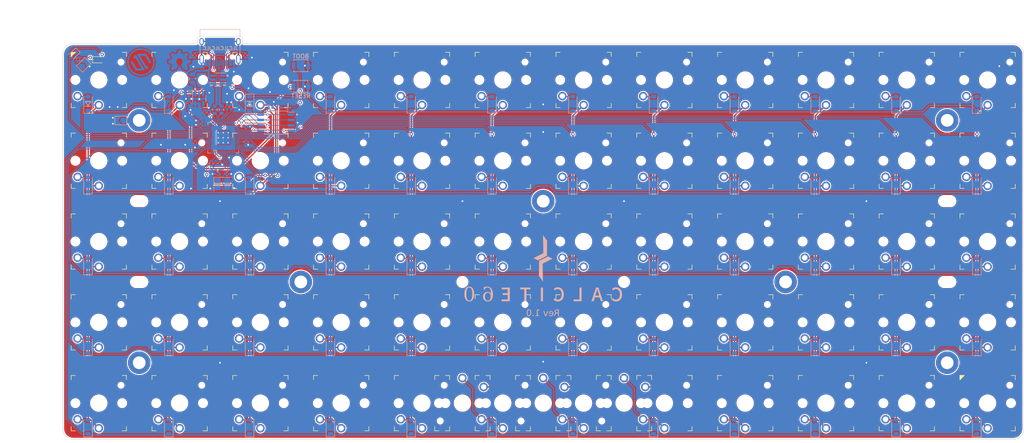
<source format=kicad_pcb>
(kicad_pcb (version 20221018) (generator pcbnew)
  (title_block (title "Calcite60 Keyboard") (rev "1.0") (company "SideraKB") (comment 1 "MIT License (Open source hardware)") (comment 2 "Kailh Choc V1 (PG1350) Low Profile Switches"))
  (layers (0 "F.Cu" signal) (31 "B.Cu" signal) (34 "B.Paste" user) (35 "F.Paste" user) (36 "B.SilkS" user "B.Silkscreen") (37 "F.SilkS" user "F.Silkscreen") (38 "B.Mask" user) (39 "F.Mask" user) (44 "Edge.Cuts" user))
  (net 0 "")
  (net 1 "+5V")
  (net 2 "GND")
  (net 3 "+3V3")
  (net 4 "Net-(U4-XIN)")
  (net 5 "Net-(C5-Pad2)")
  (net 6 "+1V1")
  (net 7 "ROW_0")
  (net 8 "ROW_1")
  (net 9 "ROW_2")
  (net 10 "ROW_3")
  (net 11 "ROW_4")
  (net 12 "VBUS")
  (net 13 "Net-(D1-A)")
  (net 14 "/USB_D+")
  (net 15 "/USB_D-")
  (net 16 "Net-(D2-A)")
  (net 17 "Net-(D3-A)")
  (net 18 "Net-(D4-A)")
  (net 19 "COL_0")
  (net 20 "COL_1")
  (net 21 "COL_2")
  (net 22 "COL_3")
  (net 23 "COL_4")
  (net 24 "COL_5")
  (net 25 "COL_6")
  (net 26 "COL_7")
  (net 27 "COL_8")
  (net 28 "COL_9")
  (net 29 "COL_10")
  (net 30 "COL_11")
  (net 31 "Net-(D5-A)")
  (net 32 "Net-(D6-A)")
  (net 33 "/RP2040/BOOT")
  (net 34 "/RP2040/QSPI_SS")
  (net 35 "Net-(D7-A)")
  (net 36 "/RP2040/~{RESET}")
  (net 37 "Net-(D8-A)")
  (net 38 "Net-(D9-A)")
  (net 39 "Net-(D10-A)")
  (net 40 "/RP2040/QSPI_D1")
  (net 41 "/RP2040/QSPI_D2")
  (net 42 "/RP2040/QSPI_D0")
  (net 43 "/RP2040/QSPI_SCLK")
  (net 44 "/RP2040/QSPI_D3")
  (net 45 "Net-(D11-A)")
  (net 46 "Net-(D12-A)")
  (net 47 "Net-(D13-A)")
  (net 48 "Net-(D14-A)")
  (net 49 "Net-(D15-A)")
  (net 50 "Net-(D16-A)")
  (net 51 "Net-(D17-A)")
  (net 52 "Net-(D18-A)")
  (net 53 "STATE_LED")
  (net 54 "Net-(D19-A)")
  (net 55 "Net-(D20-A)")
  (net 56 "Net-(D21-A)")
  (net 57 "Net-(D22-A)")
  (net 58 "Net-(D23-A)")
  (net 59 "Net-(D24-A)")
  (net 60 "Net-(D25-A)")
  (net 61 "Net-(D26-A)")
  (net 62 "Net-(D27-A)")
  (net 63 "Net-(D28-A)")
  (net 64 "Net-(D29-A)")
  (net 65 "Net-(D30-A)")
  (net 66 "Net-(D31-A)")
  (net 67 "Net-(D32-A)")
  (net 68 "Net-(D33-A)")
  (net 69 "Net-(D34-A)")
  (net 70 "Net-(D35-A)")
  (net 71 "Net-(D36-A)")
  (net 72 "Net-(D37-A)")
  (net 73 "Net-(D38-A)")
  (net 74 "Net-(D39-A)")
  (net 75 "Net-(D40-A)")
  (net 76 "Net-(D41-A)")
  (net 77 "Net-(D42-A)")
  (net 78 "Net-(D43-A)")
  (net 79 "Net-(D44-A)")
  (net 80 "Net-(D45-A)")
  (net 81 "Net-(D46-A)")
  (net 82 "Net-(D47-A)")
  (net 83 "Net-(D48-A)")
  (net 84 "Net-(D49-A)")
  (net 85 "Net-(D50-A)")
  (net 86 "Net-(D51-A)")
  (net 87 "Net-(D52-A)")
  (net 88 "Net-(D55-A)")
  (net 89 "Net-(D56-A)")
  (net 90 "Net-(D59-A)")
  (net 91 "Net-(D60-A)")
  (net 92 "Net-(J1-CC1)")
  (net 94 "Net-(J1-CC2)")
  (net 96 "Net-(LD1-K)")
  (net 97 "Net-(SB1-A)")
  (net 98 "Net-(U4-USB_DP)")
  (net 99 "Net-(U4-USB_DM)")
  (net 100 "Net-(U4-XOUT)")
  (net 114 "Net-(D53-A)")
  (net 115 "Net-(D57-A)")
  (net 116 "Net-(D58-A)")
  (net 123 "Net-(SB2-A)")
  (net 128 "Net-(D54-A)")
  (footprint "key-switches:SW_Kailh_Choc_V1_THT" (layer "F.Cu") (at 192.64 76.912)
    (fp_text reference "KEY21" hide)
    (fp_text value "SW_Push_45deg" hide)
  )
  (footprint "key-switches:SW_Kailh_Choc_V1_THT" (layer "F.Cu") (at 135.64 133.912)
    (fp_text reference "KEY54" hide)
    (fp_text value "SW_Push_45deg" hide)
  )
  (footprint "MountingHole:MountingHole_2.2mm_M2" (layer "F.Cu") (at 126.14 105.412)
    (fp_text reference "H1" hide)
    (fp_text value "MountingHole")
  )
  (footprint "key-switches:SW_Kailh_Choc_V1_THT" (layer "F.Cu") (at 116.64 133.912)
    (fp_text reference "KEY53" hide)
    (fp_text value "SW_Push_45deg" hide)
  )
  (footprint "key-switches:SW_Kailh_Choc_V1_THT" (layer "F.Cu") (at 230.64 57.912)
    (fp_text reference "KEY11" hide)
    (fp_text value "SW_Push_45deg" hide)
  )
  (footprint "key-switches:SW_Kailh_Choc_V1_THT" (layer "F.Cu") (at 173.64 95.912)
    (fp_text reference "KEY32" hide)
    (fp_text value "SW_Push_45deg" hide)
  )
  (footprint "key-switches:SW_Kailh_Choc_V1_THT" (layer "F.Cu") (at 211.64 76.912)
    (fp_text reference "KEY22" hide)
    (fp_text value "SW_Push_45deg" hide)
  )
  (footprint "key-switches:SW_Kailh_Choc_V1_THT" (layer "F.Cu") (at 40.64 114.912)
    (fp_text reference "KEY37" hide)
    (fp_text value "SW_Push_45deg" hide)
  )
  (footprint "key-switches:SW_Kailh_Choc_V1_THT" (layer "F.Cu") (at 97.64 114.912)
    (fp_text reference "KEY40" hide)
    (fp_text value "SW_Push_45deg" hide)
  )
  (footprint "key-switches:SW_Kailh_Choc_V1_THT" (layer "F.Cu") (at 249.64 114.912)
    (fp_text reference "KEY48" hide)
    (fp_text value "SW_Push_45deg" hide)
  )
  (footprint "key-switches:SW_Kailh_Choc_V1_THT" (layer "F.Cu") (at 40.64 133.912)
    (fp_text reference "KEY49" hide)
    (fp_text value "SW_Push_45deg" hide)
  )
  (footprint "key-switches:SW_Kailh_Choc_V1_THT" (layer "F.Cu") (at 59.64 133.912)
    (fp_text reference "KEY50" hide)
    (fp_text value "SW_Push_45deg" hide)
  )
  (footprint "key-switches:SW_Kailh_Choc_V1_THT" (layer "F.Cu") (at 173.64 114.912)
    (fp_text reference "KEY44" hide)
    (fp_text value "SW_Push_45deg" hide)
  )
  (footprint "key-switches:SW_Kailh_Choc_V1_THT" (layer "F.Cu") (at 40.64 57.912)
    (fp_text reference "KEY1" hide)
    (fp_text value "SW_Push_45deg" hide)
  )
  (footprint "key-switches:SW_Kailh_Choc_V1_THT" (layer "F.Cu") (at 211.64 95.912)
    (fp_text reference "KEY34" hide)
    (fp_text value "SW_Push_45deg" hide)
  )
  (footprint "key-switches:SW_Kailh_Choc_V1_THT" (layer "F.Cu") (at 78.64 76.912)
    (fp_text reference "KEY15" hide)
    (fp_text value "SW_Push_45deg" hide)
  )
  (footprint "key-switches:SW_Kailh_Choc_V1_THT" (layer "F.Cu") (at 59.64 114.912)
    (fp_text reference "KEY38" hide)
    (fp_text value "SW_Push_45deg" hide)
  )
  (footprint "key-switches:SW_Kailh_Choc_V1_THT" (layer "F.Cu") (at 40.64 76.912)
    (fp_text reference "KEY13" hide)
    (fp_text value "SW_Push_45deg" hide)
  )
  (footprint "key-switches:SW_Kailh_Choc_V1_THT" (layer "F.Cu") (at 97.64 95.912)
    (fp_text reference "KEY28" hide)
    (fp_text value "SW_Push_45deg" hide)
  )
  (footprint "key-switches:SW_Kailh_Choc_V1_THT" (layer "F.Cu") (at 230.64 95.912)
    (fp_text reference "KEY35" hide)
    (fp_text value "SW_Push_45deg" hide)
  )
  (footprint "calcite:MountingHale_M2" (layer "F.Cu") (at 50.14 105.412)
    (fp_text reference "H6" hide)
    (fp_text value "MountingHole" hide)
  )
  (footprint "key-switches:SW_Kailh_Choc_V1_THT" (layer "F.Cu") (at 154.64 57.912)
    (fp_text reference "KEY7" hide)
    (fp_text value "SW_Push_45deg" hide)
  )
  (footprint "key-switches:SW_Kailh_Choc_V1_THT" (layer "F.Cu") (at 192.64 133.912)
    (fp_text reference "KEY60" hide)
    (fp_text value "SW_Push_45deg" hide)
  )
  (footprint "key-switches:SW_Kailh_Choc_V1_THT" (layer "F.Cu") (at 173.64 76.912)
    (fp_text reference "KEY20" hide)
    (fp_text value "SW_Push_45deg" hide)
  )
  (footprint "key-switches:SW_Kailh_Choc_V1_THT" (layer "F.Cu") (at 116.64 57.912)
    (fp_text reference "KEY5" hide)
    (fp_text value "SW_Push_45deg" hide)
  )
  (footprint "key-switches:SW_Kailh_Choc_V1_THT" (layer "F.Cu") (at 59.64 76.912)
    (fp_text reference "KEY14" hide)
    (fp_text value "SW_Push_45deg" hide)
  )
  (footprint "key-switches:SW_Kailh_Choc_V1_THT" (layer "F.Cu") (at 249.64 95.912)
    (fp_text reference "KEY36" hide)
    (fp_text value "SW_Push_45deg" hide)
  )
  (footprint "key-switches:SW_Kailh_Choc_V1_THT" (layer "F.Cu") (at 192.64 95.912)
    (fp_text reference "KEY33" hide)
    (fp_text value "SW_Push_45deg" hide)
  )
  (footprint "LED_SMD:LED_0603_1608Metric" (layer "F.Cu") (at 40.64 53.162)
    (fp_text reference "LD2" hide)
    (fp_text value "Blue")
  )
  (footprint "key-switches:SW_Kailh_Choc_V1_THT" (layer "F.Cu") (at 78.64 114.912)
    (fp_text reference "KEY39" hide)
    (fp_text value "SW_Push_45deg" hide)
  )
  (footprint "key-switches:SW_Kailh_Choc_V1_THT" (layer "F.Cu") (at 154.64 133.912)
    (fp_text reference "KEY56" hide)
    (fp_text value "SW_Push_45deg" hide)
  )
  (footprint "key-switches:SW_Kailh_Choc_V1_THT" (layer "F.Cu") (at 211.64 57.912)
    (fp_text reference "KEY10" hide)
    (fp_text value "SW_Push_45deg" hide)
  )
  (footprint "key-switches:SW_Kailh_Choc_V1_THT" (layer "F.Cu") (at 164.14 133.912 180)
    (fp_text reference "KEY59" hide)
    (fp_text value "SW_Push_45deg" hide)
  )
  (footprint "key-switches:SW_Kailh_Choc_V1_THT" (layer "F.Cu") (at 116.64 95.912)
    (fp_text reference "KEY29" hide)
    (fp_text value "SW_Push_45deg" hide)
  )
  (footprint "calcite:MountingHale_M2" (layer "F.Cu") (at 240.14 86.412)
    (fp_text reference "H3" hide)
    (fp_text value "MountingHole" hide)
  )
  (footprint "key-switches:SW_Kailh_Choc_V1_THT" (layer "F.Cu") (at 78.64 57.912)
    (fp_text reference "KEY3" hide)
    (fp_text value "SW_Push_45deg" hide)
  )
  (footprint "key-switches:SW_Kailh_Choc_V1_THT" (layer "F.Cu") (at 145.14 133.912 180)
    (fp_text reference "KEY57" hide)
    (fp_text value "SW_Push_45deg" hide)
  )
  (footprint "key-switches:SW_Kailh_Choc_V1_THT" (layer "F.Cu") (at 211.64 133.912)
    (fp_text reference "KEY61" hide)
    (fp_text value "SW_Push_45deg" hide)
  )
  (footprint "MountingHole:MountingHole_2.2mm_M2" (layer "F.Cu") (at 164.14 105.412)
    (fp_text reference "H2" hide)
    (fp_text value "MountingHole")
  )
  (footprint "calcite:MountingHale_M2" (layer "F.Cu") (at 50.14 86.412)
    (fp_text reference "H4" hide)
    (fp_text value "MountingHole" hide)
  )
  (footprint "key-switches:SW_Kailh_Choc_V1_THT" (layer "F.Cu") (at 135.64 114.912)
    (fp_text reference "KEY42" hide)
    (fp_text value "SW_Push_45deg" hide)
  )
  (footprint "key-switches:SW_Kailh_Choc_V1_THT" (layer "F.Cu") (at 97.64 76.912)
    (fp_text reference "KEY16" hide)
    (fp_text value "SW_Push_45deg" hide)
  )
  (footprint "key-switches:SW_Kailh_Choc_V1_THT" (layer "F.Cu") (at 59.64 57.912)
    (fp_text reference "KEY2" hide)
    (fp_text value "SW_Push_45deg" hide)
  )
  (footprint "key-switches:SW_Kailh_Choc_V1_THT" (layer "F.Cu") (at 230.64 76.912)
    (fp_text reference "KEY23" hide)
    (fp_text value "SW_Push_45deg" hide)
  )
  (footprint "key-switches:SW_Kailh_Choc_V1_THT" (layer "F.Cu") (at 97.64 133.912)
    (fp_text reference "KEY52" hide)
    (fp_text value "SW_Push_45deg" hide)
  )
  (footprint "key-switches:SW_Kailh_Choc_V1_THT" (layer "F.Cu") (at 59.64 95.912)
    (fp_text reference "KEY26" hide)
    (fp_text value "SW_Push_45deg" hide)
  )
  (footprint "key-switches:SW_Kailh_Choc_V1_THT" (layer "F.Cu") (at 135.64 95.912)
    (fp_text reference "KEY30" hide)
    (fp_text value "SW_Push_45deg" hide)
  )
  (footprint "key-switches:SW_Kailh_Choc_V1_THT" (layer "F.Cu") (at 249.64 57.912)
    (fp_text reference "KEY12" hide)
    (fp_text value "SW_Push_45deg" hide)
  )
  (footprint "key-switches:SW_Kailh_Choc_V1_THT" (layer "F.Cu") (at 154.64 114.912)
    (fp_text reference "KEY43" hide)
    (fp_text value "SW_Push_45deg" hide)
  )
  (footprint "key-switches:SW_Kailh_Choc_V1_THT" (layer "F.Cu") (at 40.64 95.912)
    (fp_text reference "KEY25" hide)
    (fp_text value "SW_Push_45deg" hide)
  )
  (footprint "key-switches:SW_Kailh_Choc_V1_THT" (layer "F.Cu") (at 126.14 133.912 180)
    (fp_text reference "KEY55" hide)
    (fp_text value "SW_Push_45deg" hide)
  )
  (footprint "key-switches:SW_Kailh_Choc_V1_THT" (layer "F.Cu") (at 249.64 133.912)
    (fp_text reference "KEY63" hide)
    (fp_text value "SW_Push_45deg" hide)
  )
  (footprint "calcite:MountingHale_M2" (layer "F.Cu") (at 240.14 105.412)
    (fp_text reference "H5" hide)
    (fp_text value "MountingHole" hide)
  )
  (footprint "key-switches:SW_Kailh_Choc_V1_THT" (layer "F.Cu") (at 97.64 57.912)
    (fp_text reference "KEY4" hide)
    (fp_text value "SW_Push_45deg" hide)
  )
  (footprint "key-switches:SW_Kailh_Choc_V1_THT" (layer "F.Cu") (at 78.64 95.912)
    (fp_text reference "KEY27" hide)
    (fp_text value "SW_Push_45deg" hide)
  )
  (footprint "key-switches:SW_Kailh_Choc_V1_THT" (layer "F.Cu") (at 116.64 76.912)
    (fp_text reference "KEY17" hide)
    (fp_text value "SW_Push_45deg" hide)
  )
  (footprint "key-switches:SW_Kailh_Choc_V1_THT" (layer "F.Cu") (at 192.64 114.912)
    (fp_text reference "KEY45" hide)
    (fp_text value "SW_Push_45deg" hide)
  )
  (footprint "key-switches:SW_Kailh_Choc_V1_THT" (layer "F.Cu") (at 135.64 57.912)
    (fp_text reference "KEY6" hide)
    (fp_text value "SW_Push_45deg" hide)
  )
  (footprint "key-switches:SW_Kailh_Choc_V1_THT" (layer "F.Cu") (at 230.64 133.912)
    (fp_text reference "KEY62" hide)
    (fp_text value "SW_Push_45deg" hide)
  )
  (footprint "key-switches:SW_Kailh_Choc_V1_THT" (layer "F.Cu") (at 78.64 133.912)
    (fp_text reference "KEY51" hide)
    (fp_text value "SW_Push_45deg" hide)
  )
  (footprint "key-switches:SW_Kailh_Choc_V1_THT" (layer "F.Cu") (at 249.64 76.912)
    (fp_text reference "KEY24" hide)
    (fp_text value "SW_Push_45deg" hide)
  )
  (footprint "key-switches:SW_Kailh_Choc_V1_THT" (layer "F.Cu") (at 154.64 76.912)
    (fp_text reference "KEY19" hide)
    (fp_text value "SW_Push_45deg" hide)
  )
  (footprint "key-switches:SW_Kailh_Choc_V1_THT" (layer "F.Cu") (at 135.64 76.912)
    (fp_text reference "KEY18" hide)
    (fp_text value "SW_Push_45deg" hide)
  )
  (footprint "key-switches:SW_Kailh_Choc_V1_THT" (layer "F.Cu") (at 173.64 133.912)
    (fp_text reference "KEY58" hide)
    (fp_text value "SW_Push_45deg" hide)
  )
  (footprint "key-switches:SW_Kailh_Choc_V1_THT" (layer "F.Cu") (at 192.64 57.912)
    (fp_text reference "KEY9" hide)
    (fp_text value "SW_Push_45deg" hide)
  )
  (footprint "key-switches:SW_Kailh_Choc_V1_THT" (layer "F.Cu") (at 154.64 95.912)
    (fp_text reference "KEY31" hide)
    (fp_text value "SW_Push_45deg" hide)
  )
  (footprint "key-switches:SW_Kailh_Choc_V1_THT" (layer "F.Cu") (at 211.64 114.912)
    (fp_text reference "KEY46" hide)
    (fp_text value "SW_Push_45deg" hide)
  )
  (footprint "key-switches:SW_Kailh_Choc_V1_THT" (layer "F.Cu") (at 230.64 114.912)
    (fp_text reference "KEY47" hide)
    (fp_text value "SW_Push_45deg" hide)
  )
  (footprint "key-switches:SW_Kailh_Choc_V1_THT" (layer "F.Cu") (at 173.64 57.912)
    (fp_text reference "KEY8" hide)
    (fp_text value "SW_Push_45deg" hide)
  )
  (footprint "key-switches:SW_Kailh_Choc_V1_THT" (layer "F.Cu") (at 116.64 114.912)
    (fp_text reference "KEY41" hide)
    (fp_text value "SW_Push_45deg" hide)
  )
  (footprint "Capacitor_SMD:C_0402_1005Metric" (layer "B.Cu") (at 63.2418 72.776 -90)
    (fp_text reference "C12" hide)
    (fp_text value "100nF")
  )
  (footprint "Diode_SMD:D_SOD-123" (layer "B.Cu") (at 95.1 101.5 90)
    (fp_text reference "D28" hide)
    (fp_text value "1N4148")
  )
  (footprint "Diode_SMD:D_SOD-123" (layer "B.Cu") (at 171.1 82.5 90)
    (fp_text reference "D20" hide)
    (fp_text value "1N4148")
  )
  (footprint "Diode_SMD:D_SOD-123" (layer "B.Cu") (at 171.1 139.5 90)
    (fp_text reference "D56" hide)
    (fp_text value "1N4148")
  )
  (footprint "Diode_SMD:D_SOD-123" (layer "B.Cu") (at 209.1 82.5 90)
    (fp_text reference "D22" hide)
    (fp_text value "1N4148")
  )
  (footprint "Resistor_SMD:R_0402_1005Metric" (layer "B.Cu") (at 67.0882 77.5512 90)
    (fp_text reference "R9" hide)
    (fp_text value "10k")
  )
  (footprint "Resistor_SMD:R_0603_1608Metric" (layer "B.Cu") (at 67.89 64.906 -90)
    (fp_text reference "R5" hide)
    (fp_text value "27")
  )
  (footprint "Package_TO_SOT_SMD:SOT-23-5" (layer "B.Cu") (at 64.267 62.362 -90)
    (fp_text reference "U1" hide)
    (fp_text value "RT9013-33GB")
  )
  (footprint "Diode_SMD:D_SOD-123" (layer "B.Cu") (at 190.1 82.5 90)
    (fp_text reference "D21" hide)
    (fp_text value "1N4148")
  )
  (footprint "Package_SO:SOIC-8_5.23x5.23mm_P1.27mm" (layer "B.Cu") (at 82.2918 67.95 180)
    (fp_text reference "U3" hide)
    (fp_text value "W25Q128JVS")
  )
  (footprint "Capacitor_SMD:C_0402_1005Metric" (layer "B.Cu") (at 64.49 67.706 180)
    (fp_text reference "C10" hide)
    (fp_text value "100nF")
  )
  (footprint "Resistor_SMD:R_0402_1005Metric" (layer "B.Cu") (at 35.756 53.083 -135)
    (fp_text reference "R3" hide)
    (fp_text value "1k")
  )
  (footprint "Capacitor_SMD:C_0402_1005Metric" (layer "B.Cu") (at 65.49 65.506 90)
    (fp_text reference "C16" hide)
    (fp_text value "1uF")
  )
  (footprint "Diode_SMD:D_SOD-123" (layer "B.Cu") (at 76.1 63.5 -90)
    (fp_text reference "D3" hide)
    (fp_text value "1N4148")
  )
  (footprint "LOGO" (layer "B.Cu") (at 144.371958 113.053792 180)
    (fp_text reference "G***" hide)
    (fp_text value "LOGO" hide)
  )
  (footprint "Capacitor_SMD:C_0402_1005Metric" (layer "B.Cu") (at 75.29 68.906)
    (fp_text reference "C13" hide)
    (fp_text value "100nF")
  )
  (footprint "Diode_SMD:D_SOD-123" (layer "B.Cu") (at 114.1 82.5 90)
    (fp_text reference "D17" hide)
    (fp_text value "1N4148")
  )
  (footprint "Diode_SMD:D_SOD-123" (layer "B.Cu") (at 133.1 63.5 90)
    (fp_text reference "D6" hide)
    (fp_text value "1N4148")
  )
  (footprint "Diode_SMD:D_SOD-123" (layer "B.Cu") (at 190.1 101.5 90)
    (fp_text reference "D33" hide)
    (fp_text value "1N4148")
  )
  (footprint "Diode_SMD:D_SOD-123" (layer "B.Cu") (at 228.1 63.5 90)
    (fp_text reference "D11" hide)
    (fp_text value "1N4148")
  )
  (footprint "LED_SMD:LED_0603_1608Metric" (layer "B.Cu") (at 34.676 51.948 -135)
    (fp_text reference "LD1" hide)
    (fp_text value "Blue")
  )
  (footprint "Diode_SMD:D_SOD-123" (layer "B.Cu") (at 57.1 63.5 90)
    (fp_text reference "D2" hide)
    (fp_text value "1N4148")
  )
  (footprint "Diode_SMD:D_SOD-123" (layer "B.Cu") (at 247.1 63.5 90)
    (fp_text reference "D12" hide)
    (fp_text value "1N4148")
  )
  (footprint "Button_Switch_SMD:SW_SPST_B3U-1000P" (layer "B.Cu") (at 88.14 59.412 180)
    (fp_text reference "SW2" hide)
    (fp_text value "RESET")
  )
  (footprint "Button_Switch_SMD:SW_SPST_B3U-1000P" (layer "B.Cu") (at 88.14 54.562 180)
    (fp_text reference "SW1" hide)
    (fp_text value "BOOT")
  )
  (footprint "Diode_SMD:D_SOD-123" (layer "B.Cu") (at 38.1 120.5 90)
    (fp_text reference "D37" hide)
    (fp_text value "1N4148")
  )
  (footprint "calcite:MountingWuerth_M2" (layer "B.Cu") (at 202.14 105.412 180)
    (fp_text reference "H10" hide)
    (fp_text value "MountingHole" hide)
  )
  (footprint "Diode_SMD:D_SOD-123" (layer "B.Cu") (at 133.1 120.5 90)
    (fp_text reference "D42" hide)
    (fp_text value "1N4148")
  )
  (footprint "calcite:MountingWuerth_M2" (layer "B.Cu") (at 50.14 124.412 180)
    (fp_text reference "H14" hide)
    (fp_text value "MountingHole" hide)
  )
  (footprint "Diode_SMD:D_SOD-123" (layer "B.Cu") (at 133.1 82.5 90)
    (fp_text reference "D18" hide)
    (fp_text value "1N4148")
  )
  (footprint "Diode_SMD:D_SOD-123" (layer "B.Cu") (at 57.1 101.5 90)
    (fp_text reference "D26" hide)
    (fp_text value "1N4148")
  )
  (footprint "Connector_USB:USB_C_Receptacle_HRO_TYPE-C-31-M-12" (layer "B.Cu") (at 69.14 49.912)
    (fp_text reference "J1" hide)
    (fp_text value "USB_C_Receptacle_USB2.0")
  )
  (footprint "Diode_SMD:D_SOD-123" (layer "B.Cu") (at 133.1 139.5 90)
    (fp_text reference "D54" hide)
    (fp_text value "1N4148")
  )
  (footprint "Diode_SMD:D_SOD-123" (layer "B.Cu") (at 38.1 101.5 90)
    (fp_text reference "D25" hide)
    (fp_text value "1N4148")
  )
  (footprint "Jumper:SolderJumper-2_P1.3mm_Open_TrianglePad1.0x1.5mm" (layer "B.Cu") (at 45.815 67.442 180)
    (fp_text reference "SB2" hide)
    (fp_text value "SolderJumper_2_Open")
  )
  (footprint "Jumper:SolderJumper-2_P1.3mm_Open_TrianglePad1.0x1.5mm" (layer "B.Cu") (at 37.09 54.362 45)
    (fp_text reference "SB1" hide)
    (fp_text value "SolderJumper_2_Open")
  )
  (footprint "Resistor_SMD:R_0603_1608Metric" (layer "B.Cu") (at 69.49 64.906 -90)
    (fp_text reference "R4" hide)
    (fp_text value "27")
  )
  (footprint "Diode_SMD:D_SOD-123" (layer "B.Cu") (at 171.1 120.5 90)
    (fp_text reference "D44" hide)
    (fp_text value "1N4148")
  )
  (footprint "Diode_SMD:D_SOD-123" (layer "B.Cu") (at 228.1 82.5 90)
    (fp_text reference "D23" hide)
    (fp_text value "1N4148")
  )
  (footprint "Diode_SMD:D_SOD-123" (layer "B.Cu") (at 57.1 139.5 90)
    (fp_text reference "D50" hide)
    (fp_text value "1N4148")
  )
  (footprint "Diode_SMD:D_SOD-123" (layer "B.Cu") (at 114.1 101.5 90)
    (fp_text reference "D29" hide)
    (fp_text value "1N4148")
  )
  (footprint "Diode_SMD:D_SOD-123" (layer "B.Cu") (at 190.1 63.5 90)
    (fp_text reference "D9" hide)
    (fp_text value "1N4148")
  )
  (footprint "Capacitor_SMD:C_0402_1005Metric" (layer "B.Cu") (at 70.778 80.015 180)
    (fp_text reference "C4" hide)
    (fp_text value "20pF")
  )
  (footprint "Capacitor_SMD:C_0402_1005Metric" (layer "B.Cu") (at 64.49 68.706 180)
    (fp_text reference "C11" hide)
    (fp_text value "100nF")
  )
  (footprint "Diode_SMD:D_SOD-123" (layer "B.Cu") (at 247.1 120.5 90)
    (fp_text reference "D48" hide)
    (fp_text value "1N4148")
  )
  (footprint "Diode_SMD:D_SOD-123" (layer "B.Cu") (at 171.1 63.5 90)
    (fp_text reference "D8" hide)
    (fp_text value "1N4148")
  )
  (footprint "Diode_SMD:D_SOD-123" (layer "B.Cu") (at 209.1 101.5 90)
    (fp_text reference "D34" hide)
    (fp_text value "1N4148")
  )
  (footprint "Resistor_SMD:R_0402_1005Metric" (layer "B.Cu") (at 75.14 52.162 -90)
    (fp_text reference "R2" hide)
    (fp_text value "5.1k")
  )
  (footprint "Crystal:Crystal_SMD_3225-4Pin_3.2x2.5mm" (layer "B.Cu") (at 69.7112 82.4534)
    (fp_text reference "Y1" hide)
    (fp_text value "12MHz")
  )
  (footprint "Resistor_SMD:R_0402_1005Metric" (layer "B.Cu") (at 68.619 78.999)
    (fp_text reference "R8" hide)
    (fp_text value "1k")
  )
  (footprint "Diode_SMD:D_SOD-123" (layer "B.Cu") (at 95.1 82.5 90)
    (fp_text reference "D16" hide)
    (fp_text value "1N4148")
  )
  (footprint "Diode_SMD:D_SOD-123" (layer "B.Cu") (at 95.1 120.5 90)
    (fp_text reference "D40" hide)
    (fp_text value "1N4148")
  )
  (footprint "calcite:MountingWuerth_M2" (layer "B.Cu") (at 240.14 67.412 180)
    (fp_text reference "H13" hide)
    (fp_text value "MountingHole" hide)
  )
  (footprint "Package_TO_SOT_SMD:SOT-23-6" (layer "B.Cu") (at 68.637 57.843 180)
    (fp_text reference "U2" hide)
    (fp_text value "SRV05-4")
  )
  (footprint "Diode_SMD:D_SOD-123" (layer "B.Cu") (at 152.1 63.5 90)
    (fp_text reference "D7" hide)
    (fp_text value "1N4148")
  )
  (footprint "Capacitor_SMD:C_0402_1005Metric" (layer "B.Cu") (at 61.89 61.262 -90)
    (fp_text reference "C1" hide)
    (fp_text value "1uF")
  )
  (footprint "Diode_SMD:D_SOD-123" (layer "B.Cu") (at 57.1 82.5 90)
    (fp_text reference "D14" hide)
    (fp_text value "1N4148")
  )
  (footprint "Diode_SMD:D_SOD-123" (layer "B.Cu") (at 76.1 101.5 90)
    (fp_text reference "D27" hide)
    (fp_text value "1N4148")
  )
  (footprint "Diode_SMD:D_SOD-123" (layer "B.Cu") (at 247.1 82.5 90)
    (fp_text reference "D24" hide)
    (fp_text value "1N4148")
  )
  (footprint "calcite:MountingWuerth_M2" (layer "B.Cu") (at 145.14 86.412 180)
    (fp_text reference "H11" hide)
    (fp_text value "MountingHole" hide)
  )
  (footprint "Diode_SMD:D_SOD-123" (layer "B.Cu") (at 95.1 63.5 90)
    (fp_text reference "D4" hide)
    (fp_text value "1N4148")
  )
  (footprint "Diode_SMD:D_SOD-123" (layer "B.Cu") (at 76.1 82.5 90)
    (fp_text reference "D15" hide)
    (fp_text value "1N4148")
  )
  (footprint "Diode_SMD:D_SOD-123" (layer "B.Cu") (at 76.1 139.5 90)
    (fp_text reference "D51" hide)
    (fp_text value "1N4148")
  )
  (footprint "Capacitor_SMD:C_0402_1005Metric" (layer "B.Cu") (at 70.79 64.306 90)
    (fp_text reference "C9" hide)
    (fp_text value "100nF")
  )
  (footprint "Diode_SMD:D_SOD-123" (layer "B.Cu") (at 171.1 101.5 90)
    (fp_text reference "D32" hide)
    (fp_text value "1N4148")
  )
  (footprint "Resistor_SMD:R_0402_1005Metric" (layer "B.Cu") (at 63.14 52.162 -90)
    (fp_text reference "R1" hide)
    (fp_text value "5.1k")
  )
  (footprint "Diode_SMD:D_SOD-123" (layer "B.Cu") (at 190.1 139.5 90)
    (fp_text reference "D57" hide)
    (fp_text value "1N4148")
  )
  (footprint "Diode_SMD:D_SOD-123" (layer "B.Cu") (at 38.1 63.5 90)
    (fp_text reference "D1" hide)
    (fp_text value "1N4148")
  )
  (footprint "Diode_SMD:D_SOD-123" (layer "B.Cu") (at 228.1 139.5 90)
    (fp_text reference "D59" hide)
    (fp_text value "1N4148")
  )
  (footprint "Diode_SMD:D_SOD-123" (layer "B.Cu") (at 228.1 120.5 90)
    (fp_text reference "D47" hide)
    (fp_text value "1N4148")
  )
  (footprint "Diode_SMD:D_SOD-123" (layer "B.Cu") (at 152.1 120.5 90)
    (fp_text reference "D43" hide)
    (fp_text value "1N4148")
  )
  (footprint "Capacitor_SMD:C_0402_1005Metric" (layer "B.Cu") (at 81.0218 64.394)
    (fp_text reference "C3" hide)
    (fp_text value "100nF")
  )
  (footprint "Capacitor_SMD:C_0402_1005Metric" (layer "B.Cu") (at 66.49 65.506 90)
    (fp_text reference "C8" hide)
    (fp_text value "1uF")
  )
  (footprint "Diode_SMD:D_SOD-123" (layer "B.Cu") (at 247.1 101.5 90)
    (fp_text reference "D36" hide)
    (fp_text value "1N4148")
  )
  (footprint "Diode_SMD:D_SOD-123" (layer "B.Cu") (at 114.1 63.5 90)
    (fp_text reference "D5" hide)
    (fp_text value "1N4148")
  )
  (footprint "Diode_SMD:D_SOD-123" (layer "B.Cu") (at 209.1 120.5 90)
    (fp_text reference "D46" hide)
    (fp_text value "1N4148")
  )
  (footprint "Diode_SMD:D_SOD-123" (layer "B.Cu") (at 152.1 139.5 90)
    (fp_text reference "D55" hide)
    (fp_text value "1N4148")
  )
  (footprint "Capacitor_SMD:C_0402_1005Metric" (layer "B.Cu") (at 71.79 64.306 90)
    (fp_text reference "C6" hide)
    (fp_text value "100nF")
  )
  (footprint "Diode_SMD:D_SOD-123" (layer "B.Cu") (at 57.1 120.5 90)
    (fp_text reference "D38" hide)
    (fp_text value "1N4148")
  )
  (footprint "calcite:MountingWuerth_M2" (layer "B.Cu") (at 88.14 105.412 180)
    (fp_text reference "H9" hide)
    (fp_text value "MountingHole" hide)
  )
  (footprint "Diode_SMD:D_SOD-123" (layer "B.Cu") (at 114.1 120.5 90)
    (fp_text reference "D41" hide)
    (fp_text value "1N4148")
  )
  (footprint "Diode_SMD:D_SOD-123" (layer "B.Cu") (at 76.1 120.5 90)
    (fp_text reference "D39" hide)
    (fp_text value "1N4148")
  )
  (footprint "Diode_SMD:D_SOD-123" (layer "B.Cu") (at 190.1 120.5 90)
    (fp_text reference "D45" hide)
    (fp_text value "1N4148")
  )
  (footprint "Resistor_SMD:R_0402_1005Metric" (layer "B.Cu") (at 85.0858 64.394 180)
    (fp_text reference "R6" hide)
    (fp_text value "1k")
  )
  (footprint "Capacitor_SMD:C_0402_1005Metric" (layer "B.Cu") (at 68.0882 77.5512 -90)
    (fp_text reference "C7" hide)
    (fp_text value "100nF")
  )
  (footprint "Capacitor_SMD:C_0402_1005Metric" (layer "B.Cu") (at 68.619 80.015)
    (fp_text reference "C5" hide)
    (fp_text value "20pF")
  )
  (footprint "calcite:MountingWuerth_M2" (layer "B.Cu") (at 240.14 124.412 180)
    (fp_text reference "H12" hide)
    (fp_text value "MountingHole" hide)
  )
  (footprint "Capacitor_SMD:C_0402_1005Metric" (layer "B.Cu") (at 61.89 63.412 90)
    (fp_text reference "C2" hide)
    (fp_text value "1uF")
  )
  (footprint "Diode_SMD:D_SOD-123" (layer "B.Cu") (at 247.1 139.5 90)
    (fp_text reference "D60" hide)
    (fp_text value "1N4148")
  )
  (footprint "Diode_SMD:D_SOD-123" (layer "B.Cu") (at 133.1 101.5 90)
    (fp_text reference "D30" hide)
    (fp_text value "1N4148")
  )
  (footprint "Diode_SMD:D_SOD-123" (layer "B.Cu") (at 228.1 101.5 90)
    (fp_text reference "D35" hide)
    (fp_text value "1N4148")
  )
  (footprint "Diode_SMD:D_SOD-123" (layer "B.Cu") (at 38.1 82.5 90)
    (fp_text reference "D13" hide)
    (fp_text value "1N4148")
  )
  (footprint "Capacitor_SMD:C_0402_1005Metric" (layer "B.Cu") (at 69.0882 77.5512 -90)
    (fp_text reference "C15" hide)
    (fp_text value "100nF")
  )
  (footprint "Diode_SMD:D_SOD-123" (layer "B.Cu") (at 209.1 63.5 90)
    (fp_text reference "D10" hide)
    (fp_text value "1N4148")
  )
  (footprint "Diode_SMD:D_SOD-123" (layer "B.Cu") (at 38.1 139.5 90)
    (fp_text reference "D49" hide)
    (fp_text value "1N4148")
  )
  (footprint "Capacitor_SMD:C_0402_1005Metric" (layer "B.Cu") (at 75.29 72.506)
    (fp_text reference "C14" hide)
    (fp_text value "100nF")
  )
  (footprint "Fuse:Fuse_0805_2012Metric" (layer "B.Cu") (at 62.64 57.5828 -90)
    (fp_text reference "F1" hide)
    (fp_text value "500mA, 6V")
  )
  (footprint "Resistor_SMD:R_0402_1005Metric" (layer "B.Cu") (at 83.0538 64.394)
    (fp_text reference "R7" hide)
    (fp_text value "10k")
  )
  (footprint "calcite:MountingWuerth_M2" (layer "B.Cu") (at 50.14 67.412 180)
    (fp_text reference "H8" hide)
    (fp_text value "MountingHole" hide)
  )
  (footprint "Diode_SMD:D_SOD-123" (layer "B.Cu") (at 114.1 139.5 90)
    (fp_text reference "D53" hide)
    (fp_text value "1N4148")
  )
  (footprint "Diode_SMD:D_SOD-123" (layer "B.Cu") (at 152.1 101.5 90)
    (fp_text reference "D31" hide)
    (fp_text value "1N4148")
  )
  (footprint "LOGO" (layer "B.Cu") (at 50.551 53.726 180)
    (fp_text reference "G***" hide)
    (fp_text value "LOGO" hide)
  )
  (footprint "Diode_SMD:D_SOD-123" (layer "B.Cu") (at 152.1 82.5 90)
    (fp_text reference "D19" hide)
    (fp_text value "1N4148")
  )
  (footprint "Diode_SMD:D_SOD-123" (layer "B.Cu") (at 95.1 139.5 90)
    (fp_text reference "D52" hide)
    (fp_text value "1N4148")
  )
  (footprint "Diode_SMD:D_SOD-123" (layer "B.Cu") (at 209.1 139.5 90)
    (fp_text reference "D58" hide)
    (fp_text value "1N4148")
  )
  (footprint "Package_DFN_QFN:QFN-56-1EP_7x7mm_P0.4mm_EP3.2x3.2mm" (layer "B.Cu") (at 69.89 71.506 180)
    (fp_text reference "U4" hide)
    (fp_text value "RP2040")
  )
  (gr_poly (pts (xy 59.282941 50.946875) (xy 59.28143 50.946987) (xy 59.279927 50.947172) (xy 59.278433 50.947427) (xy 59.276952 50.947752) (xy 59.275484 50.948143) (xy 59.274033 50.9486) (xy 59.272601 50.94912) (xy 59.271189 50.949701) (xy 59.269801 50.950342) (xy 59.268438 50.951041) (xy 59.267103 50.951795) (xy 59.265798 50.952604) (xy 59.264525 50.953464) (xy 59.263286 50.954376) (xy 59.262084 50.955335) (xy 59.26092 50.956341) (xy 59.259798 50.957392) (xy 59.258719 50.958486) (xy 59.257685 50.959621) (xy 59.2567 50.960795) (xy 59.255764 50.962007) (xy 59.254881 50.963254) (xy 59.254052 50.964535) (xy 59.25328 50.965847) (xy 59.252566 50.967189) (xy 59.251915 50.96856) (xy 59.251326 50.969957) (xy 59.250803 50.971378) (xy 59.250348 50.972822) (xy 59.249964 50.974286) (xy 59.249651 50.975769) (xy 59.12404 51.650576) (xy 59.123723 51.652071) (xy 59.123338 51.653571) (xy 59.122372 51.656577) (xy 59.12116 51.659574) (xy 59.119719 51.662541) (xy 59.118065 51.66546) (xy 59.116216 51.66831) (xy 59.114189 51.671073) (xy 59.112 51.673728) (xy 59.109667 51.676257) (xy 59.107205 51.678639) (xy 59.104633 51.680854) (xy 59.101967 51.682884) (xy 59.099224 51.684709) (xy 59.096421 51.686309) (xy 59.095002 51.687018) (xy 59.093575 51.687664) (xy 59.092141 51.688244) (xy 59.090703 51.688755) (xy 58.638424 51.873897) (xy 58.635614 51.875134) (xy 58.632634 51.876167) (xy 58.629511 51.876999) (xy 58.626269 51.87763) (xy 58.622937 51.878062) (xy 58.619539 51.878299) (xy 58.616102 51.87834) (xy 58.612652 51.878189) (xy 58.609216 51.877846) (xy 58.60582 51.877314) (xy 58.602489 51.876594) (xy 58.599251 51.875689) (xy 58.596131 51.8746) (xy 58.593156 51.873328) (xy 58.590351 51.871876) (xy 58.587743 51.870246) (xy 58.023983 51.483372) (xy 58.022713 51.482545) (xy 58.021405 51.481782) (xy 58.020063 51.481084) (xy 58.018689 51.480449) (xy 58.017286 51.479877) (xy 58.015857 51.47937) (xy 58.014404 51.478925) (xy 58.012931 51.478543) (xy 58.011441 51.478223) (xy 58.009936 51.477966) (xy 58.006894 51.477638) (xy 58.003828 51.477555) (xy 58.00076 51.477717) (xy 57.997715 51.47812) (xy 57.994714 51.478763) (xy 57.991781 51.479644) (xy 57.990347 51.480173) (xy 57.988939 51.48076) (xy 57.987559 51.481406) (xy 57.98621 51.48211) (xy 57.984896 51.482872) (xy 57.983619 51.483691) (xy 57.982381 51.484568) (xy 57.981187 51.485502) (xy 57.980037 51.486492) (xy 57.978937 51.487539) (xy 57.504155 51.962321) (xy 57.503108 51.963422) (xy 57.502119 51.964571) (xy 57.501186 51.965766) (xy 57.50031 51.967004) (xy 57.499493 51.968283) (xy 57.498733 51.969598) (xy 57.497387 51.972329) (xy 57.496276 51.975174) (xy 57.4954 51.97811) (xy 57.494762 51.981115) (xy 57.494362 51.984164) (xy 57.494204 51.987235) (xy 57.494289 51.990305) (xy 57.494617 51.99335) (xy 57.495192 51.996349) (xy 57.496015 51.999276) (xy 57.49652 52.000707) (xy 57.497088 52.002111) (xy 57.497718 52.003485) (xy 57.498412 52.004828) (xy 57.499168 52.006136) (xy 57.499989 52.007406) (xy 57.880116 52.561443) (xy 57.88175 52.564062) (xy 57.883201 52.566871) (xy 57.884467 52.569845) (xy 57.885545 52.572958) (xy 57.886435 52.576185) (xy 57.887134 52.5795) (xy 57.887641 52.582878) (xy 57.887954 52.586293) (xy 57.888072 52.589719) (xy 57.887993 52.593132) (xy 57.887715 52.596505) (xy 57.887237 52.599813) (xy 57.886557 52.603031) (xy 57.885674 52.606133) (xy 57.884586 52.609093) (xy 57.883291 52.611886) (xy 57.683305 53.078452) (xy 57.682163 53.081317) (xy 57.680759 53.084156) (xy 57.679112 53.086952) (xy 57.677243 53.089687) (xy 57.675172 53.092346) (xy 57.672918 53.09491) (xy 57.670501 53.097364) (xy 57.667941 53.09969) (xy 57.665257 53.101872) (xy 57.662471 53.103892) (xy 57.6596 53.105733) (xy 57.656666 53.107379) (xy 57.653688 53.108813) (xy 57.650686 53.110017) (xy 57.64768 53.110976) (xy 57.644689 53.111671) (xy 56.992266 53.232996) (xy 56.990787 53.233315) (xy 56.989326 53.233706) (xy 56.987885 53.234167) (xy 56.986467 53.234695) (xy 56.985073 53.235288) (xy 56.983705 53.235944) (xy 56.982365 53.236661) (xy 56.981055 53.237436) (xy 56.978532 53.239154) (xy 56.97615 53.241079) (xy 56.973925 53.243194) (xy 56.971872 53.245482) (xy 56.970005 53.247925) (xy 56.96834 53.250505) (xy 56.96689 53.253205) (xy 56.966252 53.254594) (xy 56.965673 53.256006) (xy 56.965155 53.25744) (xy 56.964701 53.258892) (xy 56.964312 53.260361) (xy 56.963991 53.261845) (xy 56.963738 53.263341) (xy 56.963557 53.264847) (xy 56.963448 53.266361) (xy 56.963413 53.267881) (xy 56.963493 53.939353) (xy 56.963531 53.94087) (xy 56.963643 53.942381) (xy 56.963829 53.943886) (xy 56.964085 53.945381) (xy 56.96441 53.946864) (xy 56.964803 53.948334) (xy 56.96526 53.949787) (xy 56.965781 53.951222) (xy 56.966364 53.952636) (xy 56.967006 53.954027) (xy 56.967706 53.955393) (xy 56.968461 53.956731) (xy 56.969271 53.958039) (xy 56.970133 53.959315) (xy 56.971045 53.960557) (xy 56.972006 53.961762) (xy 56.973013 53.962928) (xy 56.974065 53.964053) (xy 56.975159 53.965134) (xy 56.976294 53.96617) (xy 56.977469 53.967158) (xy 56.97868 53.968095) (xy 56.979927 53.968979) (xy 56.981207 53.969809) (xy 56.982519 53.970582) (xy 56.98386 53.971295) (xy 56.985229 53.971947) (xy 56.986624 53.972534) (xy 56.988043 53.973055) (xy 56.989484 53.973508) (xy 56.990945 53.97389) (xy 56.992425 53.974199) (xy 57.628814 54.092626) (xy 57.630312 54.092934) (xy 57.631814 54.09331) (xy 57.633316 54.093754) (xy 57.634816 54.094263) (xy 57.637804 54.095467) (xy 57.640756 54.096905) (xy 57.643655 54.098561) (xy 57.646481 54.100415) (xy 57.649215 54.102451) (xy 57.651838 54.104652) (xy 57.654332 54.107) (xy 57.656677 54.109477) (xy 57.658854 54.112066) (xy 57.660844 54.11475) (xy 57.662629 54.117511) (xy 57.664188 54.120332) (xy 57.665504 54.123195) (xy 57.666065 54.124637) (xy 57.666557 54.126083) (xy 57.865232 54.622375) (xy 57.866462 54.625198) (xy 57.867486 54.628188) (xy 57.868309 54.631318) (xy 57.86893 54.634564) (xy 57.869354 54.637898) (xy 57.869581 54.641296) (xy 57.869614 54.644731) (xy 57.869454 54.648177) (xy 57.869105 54.651609) (xy 57.868567 54.655001) (xy 57.867843 54.658326) (xy 57.866935 54.66156) (xy 57.865845 54.664675) (xy 57.864575 54.667647) (xy 57.863126 54.670449) (xy 57.861502 54.673056) (xy 57.499989 55.199829) (xy 57.499162 55.201099) (xy 57.498399 55.202407) (xy 57.4977 55.20375) (xy 57.497066 55.205126) (xy 57.496494 55.206531) (xy 57.495986 55.207962) (xy 57.495542 55.209417) (xy 57.49516 55.210892) (xy 57.49484 55.212385) (xy 57.494583 55.213893) (xy 57.494255 55.216942) (xy 57.494172 55.220016) (xy 57.494334 55.22309) (xy 57.494737 55.226143) (xy 57.49538 55.229151) (xy 57.496261 55.232091) (xy 57.49679 55.233528) (xy 57.497377 55.234939) (xy 57.498023 55.236321) (xy 57.498727 55.237672) (xy 57.499489 55.238989) (xy 57.500308 55.240268) (xy 57.501185 55.241507) (xy 57.502118 55.242703) (xy 57.503109 55.243852) (xy 57.504156 55.244953) (xy 57.979017 55.719735) (xy 57.980111 55.720774) (xy 57.981254 55.721758) (xy 57.982443 55.722686) (xy 57.983676 55.723557) (xy 57.98495 55.724371) (xy 57.986261 55.725128) (xy 57.988985 55.726469) (xy 57.991826 55.727579) (xy 57.994759 55.728455) (xy 57.997762 55.729095) (xy 58.00081 55.729498) (xy 58.003882 55.72966) (xy 58.006953 55.729581) (xy 58.01 55.729257) (xy 58.013 55.728687) (xy 58.01593 55.727868) (xy 58.017361 55.727365) (xy 58.018765 55.726799) (xy 58.020141 55.72617) (xy 58.021484 55.725478) (xy 58.022792 55.724722) (xy 58.024062 55.723902) (xy 58.541548 55.368739) (xy 58.544149 55.367119) (xy 58.546935 55.365699) (xy 58.549881 55.364479) (xy 58.55296 55.36346) (xy 58.556149 55.362642) (xy 58.559421 55.362024) (xy 58.562751 55.361609) (xy 58.566114 55.361396) (xy 58.569485 55.361386) (xy 58.572837 55.361579) (xy 58.576147 55.361976) (xy 58.579387 55.362577) (xy 58.582534 55.363383) (xy 58.585561 55.364394) (xy 58.588444 55.36561) (xy 58.591157 55.367032) (xy 58.81936 55.488873) (xy 58.820725 55.489521) (xy 58.822101 55.490092) (xy 58.823485 55.490585) (xy 58.824877 55.491001) (xy 58.826272 55.491341) (xy 58.82767 55.491607) (xy 58.829067 55.491798) (xy 58.830461 55.491916) (xy 58.83185 55.491962) (xy 58.833231 55.491936) (xy 58.834602 55.49184) (xy 58.83596 55.491674) (xy 58.837304 55.49144) (xy 58.838631 55.491137) (xy 58.839938 55.490767) (xy 58.841223 55.490331) (xy 58.842484 55.48983) (xy 58.843718 55.489264) (xy 58.844923 55.488635) (xy 58.846097 55.487942) (xy 58.847237 55.487189) (xy 58.84834 55.486374) (xy 58.849406 55.485498) (xy 58.85043 55.484564) (xy 58.851411 55.483571) (xy 58.852346 55.482521) (xy 58.853233 55.481414) (xy 58.85407 55.480252) (xy 58.854854 55.479034) (xy 58.855582 55.477763) (xy 58.856254 55.476438) (xy 58.856865 55.475062) (xy 59.32736 54.338094) (xy 59.327904 54.33668) (xy 59.328376 54.335244) (xy 59.328777 54.333789) (xy 59.329108 54.332318) (xy 59.329369 54.330834) (xy 59.329561 54.32934) (xy 59.329687 54.327837) (xy 59.329745 54.326329) (xy 59.329738 54.324819) (xy 59.329666 54.323308) (xy 59.32953 54.321801) (xy 59.329332 54.320299) (xy 59.329071 54.318805) (xy 59.328749 54.317322) (xy 59.328367 54.315853) (xy 59.327926 54.314401) (xy 59.327426 54.312967) (xy 59.326869 54.311555) (xy 59.326255 54.310168) (xy 59.325586 54.308807) (xy 59.324862 54.307477) (xy 59.324084 54.306179) (xy 59.323253 54.304917) (xy 59.322371 54.303692) (xy 59.321437 54.302508) (xy 59.320453 54.301368) (xy 59.31942 54.300274) (xy 59.318339 54.299228) (xy 59.31721 54.298234) (xy 59.316035 54.297295) (xy 59.314814 54.296412) (xy 59.313549 54.295589) (xy 59.256439 54.260624) (xy 59.252328 54.258006) (xy 59.247939 54.255018) (xy 59.243355 54.251725) (xy 59.238659 54.248192) (xy 59.233932 54.244484) (xy 59.229259 54.240666) (xy 59.224721 54.236804) (xy 59.220402 54.232962) (xy 59.182596 54.207084) (xy 59.146516 54.178988) (xy 59.112259 54.14877) (xy 59.079925 54.116529) (xy 59.049611 54.082362) (xy 59.021417 54.046368) (xy 58.99544 54.008644) (xy 58.97178 53.969288) (xy 58.950534 53.928399) (xy 58.931802 53.886073) (xy 58.915681 53.842409) (xy 58.902271 53.797506) (xy 58.891669 53.75146) (xy 58.883975 53.704369) (xy 58.879286 53.656333) (xy 58.877701 53.607447) (xy 58.878667 53.569233) (xy 58.881535 53.53152) (xy 58.886257 53.494356) (xy 58.892787 53.457787) (xy 58.901079 53.421859) (xy 58.911085 53.38662) (xy 58.92276 53.352116) (xy 58.936056 53.318393) (xy 58.950926 53.285499) (xy 58.967325 53.25348) (xy 58.985205 53.222382) (xy 59.00452 53.192253) (xy 59.025223 53.163139) (xy 59.047267 53.135086) (xy 59.070606 53.108141) (xy 59.095193 53.082352) (xy 59.120982 53.057764) (xy 59.147925 53.034424) (xy 59.175977 53.012379) (xy 59.20509 52.991676) (xy 59.235217 52.97236) (xy 59.266313 52.95448) (xy 59.298331 52.938081) (xy 59.331223 52.92321) (xy 59.364943 52.909914) (xy 59.399445 52.898239) (xy 59.434682 52.888233) (xy 59.470606 52.879941) (xy 59.507173 52.873411) (xy 59.544334 52.868688) (xy 59.582043 52.865821) (xy 59.620254 52.864854) (xy 59.658465 52.865821) (xy 59.696174 52.868688) (xy 59.733336 52.873411) (xy 59.769903 52.879941) (xy 59.805829 52.888233) (xy 59.841066 52.898239) (xy 59.875569 52.909914) (xy 59.909291 52.92321) (xy 59.942185 52.938081) (xy 59.974204 52.95448) (xy 60.005301 52.97236) (xy 60.035431 52.991676) (xy 60.064545 53.012379) (xy 60.092599 53.034424) (xy 60.119544 53.057764) (xy 60.145334 53.082352) (xy 60.169923 53.108141) (xy 60.193264 53.135086) (xy 60.21531 53.163139) (xy 60.236015 53.192253) (xy 60.255332 53.222382) (xy 60.273213 53.25348) (xy 60.289613 53.285499) (xy 60.304485 53.318393) (xy 60.317783 53.352116) (xy 60.329458 53.38662) (xy 60.339466 53.421859) (xy 60.347758 53.457787) (xy 60.354289 53.494356) (xy 60.359012 53.53152) (xy 60.36188 53.569233) (xy 60.362847 53.607447) (xy 60.362448 53.63199) (xy 60.361261 53.656333) (xy 60.359298 53.680463) (xy 60.356571 53.704369) (xy 60.353092 53.728039) (xy 60.348875 53.75146) (xy 60.34393 53.774619) (xy 60.338271 53.797506) (xy 60.331909 53.820107) (xy 60.324858 53.84241) (xy 60.317129 53.864402) (xy 60.308735 53.886073) (xy 60.299688 53.907409) (xy 60.29 53.928399) (xy 60.268752 53.969288) (xy 60.245091 54.008644) (xy 60.219113 54.046368) (xy 60.190919 54.082362) (xy 60.160606 54.116529) (xy 60.128273 54.14877) (xy 60.09402 54.178988) (xy 60.057944 54.207084) (xy 60.020145 54.232962) (xy 60.015801 54.236804) (xy 60.011248 54.240666) (xy 60.006565 54.244484) (xy 60.001834 54.248192) (xy 59.997134 54.251725) (xy 59.992546 54.255018) (xy 59.988151 54.258006) (xy 59.984029 54.260624) (xy 59.926919 54.295589) (xy 59.925646 54.296412) (xy 59.924419 54.297295) (xy 59.923238 54.298234) (xy 59.922104 54.299228) (xy 59.921019 54.300274) (xy 59.919982 54.301368) (xy 59.918058 54.303692) (xy 59.916341 54.306179) (xy 59.914837 54.308807) (xy 59.913553 54.311555) (xy 59.912497 54.314401) (xy 59.911677 54.317322) (xy 59.911098 54.320299) (xy 59.910768 54.323308) (xy 59.910695 54.326329) (xy 59.910885 54.32934) (xy 59.911081 54.330834) (xy 59.911346 54.332318) (xy 59.91168 54.333789) (xy 59.912084 54.335244) (xy 59.91256 54.33668) (xy 59.913107 54.338094) (xy 60.383642 55.475022) (xy 60.384253 55.476399) (xy 60.384925 55.477724) (xy 60.385654 55.478996) (xy 60.386439 55.480214) (xy 60.387276 55.481378) (xy 60.388164 55.482485) (xy 60.389101 55.483537) (xy 60.390083 55.48453) (xy 60.391108 55.485466) (xy 60.392175 55.486342) (xy 60.39328 55.487158) (xy 60.394421 55.487914) (xy 60.395596 55.488607) (xy 60.396802 55.489238) (xy 60.398037 55.489804) (xy 60.399299 55.490307) (xy 60.400585 55.490744) (xy 60.401893 55.491114) (xy 60.40322 55.491417) (xy 60.404564 55.491652) (xy 60.405923 55.491819) (xy 60.407294 55.491915) (xy 60.408675 55.49194) (xy 60.410063 55.491894) (xy 60.411456 55.491775) (xy 60.412852 55.491582) (xy 60.414248 55.491315) (xy 60.415642 55.490973) (xy 60.417031 55.490555) (xy 60.418413 55.490059) (xy 60.419786 55.489486) (xy 60.421147 55.488833) (xy 60.64935 55.366993) (xy 60.652056 55.365571) (xy 60.654934 55.364356) (xy 60.657958 55.363347) (xy 60.661103 55.362543) (xy 60.664343 55.361945) (xy 60.667652 55.36155) (xy 60.671006 55.36136) (xy 60.674378 55.361372) (xy 60.677743 55.361586) (xy 60.681076 55.362003) (xy 60.68435 55.36262) (xy 60.687541 55.363438) (xy 60.690623 55.364455) (xy 60.693571 55.365671) (xy 60.696358 55.367086) (xy 60.698959 55.368699) (xy 61.216405 55.723863) (xy 61.217679 55.724683) (xy 61.21899 55.725439) (xy 61.220336 55.726131) (xy 61.221714 55.72676) (xy 61.22312 55.727326) (xy 61.224553 55.727829) (xy 61.226009 55.728269) (xy 61.227485 55.728647) (xy 61.228978 55.728963) (xy 61.230486 55.729217) (xy 61.233534 55.729541) (xy 61.236605 55.729621) (xy 61.239677 55.729458) (xy 61.242726 55.729056) (xy 61.245729 55.728416) (xy 61.248663 55.72754) (xy 61.250096 55.727014) (xy 61.251504 55.72643) (xy 61.252884 55.725788) (xy 61.254231 55.725088) (xy 61.255544 55.724331) (xy 61.25682 55.723517) (xy 61.258055 55.722647) (xy 61.259247 55.721719) (xy 61.260393 55.720735) (xy 61.26149 55.719695) (xy 61.736351 55.244914) (xy 61.737395 55.243813) (xy 61.738382 55.242663) (xy 61.739312 55.241468) (xy 61.740186 55.240229) (xy 61.741003 55.23895) (xy 61.741762 55.237633) (xy 61.743108 55.2349) (xy 61.744221 55.232051) (xy 61.745099 55.229112) (xy 61.745741 55.226104) (xy 61.746144 55.223051) (xy 61.746306 55.219976) (xy 61.746225 55.216903) (xy 61.745899 55.213854) (xy 61.745325 55.210853) (xy 61.744503 55.207922) (xy 61.743997 55.206491) (xy 61.743429 55.205086) (xy 61.742797 55.203711) (xy 61.742101 55.202367) (xy 61.741342 55.201059) (xy 61.740518 55.199789) (xy 61.379045 54.673017) (xy 61.377407 54.67041) (xy 61.375948 54.667608) (xy 61.374669 54.664636) (xy 61.373572 54.66152) (xy 61.372659 54.658287) (xy 61.371932 54.654961) (xy 61.371393 54.65157) (xy 61.371043 54.648138) (xy 61.370884 54.644691) (xy 61.370918 54.641256) (xy 61.371146 54.637859) (xy 61.371572 54.634524) (xy 61.372195 54.631279) (xy 61.373019 54.628149) (xy 61.374045 54.625159) (xy 61.375274 54.622336) (xy 61.57395 54.126044) (xy 61.574439 54.124598) (xy 61.574997 54.123156) (xy 61.576311 54.120292) (xy 61.577871 54.117472) (xy 61.579658 54.114711) (xy 61.581653 54.112027) (xy 61.583836 54.109437) (xy 61.586188 54.10696) (xy 61.588689 54.104613) (xy 61.59132 54.102412) (xy 61.594061 54.100376) (xy 61.596893 54.098521) (xy 61.599796 54.096866) (xy 61.602751 54.095428) (xy 61.605738 54.094223) (xy 61.608739 54.093271) (xy 61.610238 54.092894) (xy 61.611732 54.092587) (xy 62.248121 53.97416) (xy 62.249605 53.973851) (xy 62.251069 53.973469) (xy 62.252513 53.973016) (xy 62.253934 53.972495) (xy 62.255331 53.971907) (xy 62.256701 53.971256) (xy 62.258044 53.970542) (xy 62.259356 53.96977) (xy 62.260637 53.96894) (xy 62.261884 53.968055) (xy 62.26427 53.966131) (xy 62.266498 53.964014) (xy 62.268556 53.961723) (xy 62.270426 53.959276) (xy 62.272096 53.956691) (xy 62.273549 53.953987) (xy 62.274771 53.951182) (xy 62.275291 53.949748) (xy 62.275747 53.948294) (xy 62.276139 53.946825) (xy 62.276463 53.945341) (xy 62.276719 53.943846) (xy 62.276904 53.942342) (xy 62.277016 53.94083) (xy 62.277054 53.939314) (xy 62.277093 53.267841) (xy 62.277056 53.266325) (xy 62.276944 53.264815) (xy 62.276759 53.263312) (xy 62.276504 53.261819) (xy 62.276181 53.260338) (xy 62.27579 53.258871) (xy 62.275335 53.257421) (xy 62.274816 53.25599) (xy 62.274236 53.254579) (xy 62.273596 53.253192) (xy 62.272899 53.25183) (xy 62.272146 53.250495) (xy 62.271338 53.249191) (xy 62.270479 53.247918) (xy 62.269569 53.246679) (xy 62.26861 53.245477) (xy 62.267605 53.244314) (xy 62.266555 53.243191) (xy 62.265461 53.242111) (xy 62.264327 53.241077) (xy 62.263153 53.24009) (xy 62.261941 53.239153) (xy 62.260694 53.238267) (xy 62.259412 53.237436) (xy 62.258099 53.23666) (xy 62.256756 53.235944) (xy 62.255384 53.235288) (xy 62.253985 53.234695) (xy 62.252562 53.234167) (xy 62.251115 53.233706) (xy 62.249648 53.233315) (xy 62.248161 53.232996) (xy 61.595778 53.111671) (xy 61.594279 53.111357) (xy 61.592773 53.110976) (xy 61.589756 53.110017) (xy 61.586746 53.108813) (xy 61.583761 53.107379) (xy 61.580823 53.105733) (xy 61.577951 53.103892) (xy 61.575164 53.101872) (xy 61.572481 53.09969) (xy 61.569924 53.097364) (xy 61.567511 53.09491) (xy 61.565261 53.092346) (xy 61.563196 53.089687) (xy 61.561333 53.086952) (xy 61.559694 53.084156) (xy 61.558297 53.081317) (xy 61.557696 53.079887) (xy 61.557162 53.078452) (xy 61.357137 52.611886) (xy 61.355849 52.609093) (xy 61.354767 52.606133) (xy 61.353888 52.603031) (xy 61.353212 52.599813) (xy 61.352737 52.596505) (xy 61.352461 52.593132) (xy 61.352382 52.589719) (xy 61.352499 52.586293) (xy 61.352809 52.582878) (xy 61.353312 52.5795) (xy 61.354005 52.576185) (xy 61.354888 52.572958) (xy 61.355957 52.569845) (xy 61.357212 52.566871) (xy 61.358651 52.564062) (xy 61.360272 52.561443) (xy 61.740439 52.007406) (xy 61.741266 52.006136) (xy 61.742029 52.004828) (xy 61.742727 52.003485) (xy 61.743361 52.002111) (xy 61.743931 52.000707) (xy 61.744438 51.999276) (xy 61.744882 51.997823) (xy 61.745263 51.996349) (xy 61.745581 51.994857) (xy 61.745837 51.99335) (xy 61.746163 51.990305) (xy 61.746243 51.987235) (xy 61.746079 51.984164) (xy 61.745675 51.981115) (xy 61.74503 51.97811) (xy 61.74415 51.975174) (xy 61.743621 51.973739) (xy 61.743034 51.972329) (xy 61.742389 51.970948) (xy 61.741686 51.969598) (xy 61.740926 51.968283) (xy 61.740108 51.967004) (xy 61.739234 51.965766) (xy 61.738303 51.964571) (xy 61.737315 51.963422) (xy 61.736272 51.962321) (xy 61.26145 51.48754) (xy 61.260353 51.486492) (xy 61.259207 51.485502) (xy 61.258015 51.484568) (xy 61.25678 51.483691) (xy 61.255504 51.482872) (xy 61.254191 51.48211) (xy 61.251464 51.48076) (xy 61.248623 51.479644) (xy 61.245689 51.478763) (xy 61.242686 51.47812) (xy 61.239637 51.477717) (xy 61.236565 51.477555) (xy 61.233494 51.477638) (xy 61.230446 51.477966) (xy 61.227445 51.478543) (xy 61.224513 51.47937) (xy 61.22308 51.479878) (xy 61.221674 51.480449) (xy 61.220296 51.481084) (xy 61.21895 51.481782) (xy 61.217639 51.482545) (xy 61.216365 51.483372) (xy 60.652644 51.870246) (xy 60.650043 51.871876) (xy 60.647245 51.873328) (xy 60.644275 51.8746) (xy 60.641159 51.875689) (xy 60.637924 51.876594) (xy 60.634596 51.877314) (xy 60.631201 51.877846) (xy 60.627765 51.878189) (xy 60.624315 51.87834) (xy 60.620877 51.878299) (xy 60.617476 51.878063) (xy 60.61414 51.87763) (xy 60.610895 51.876999) (xy 60.607766 51.876168) (xy 60.60478 51.875134) (xy 60.601963 51.873897) (xy 60.149645 51.688755) (xy 60.146766 51.687664) (xy 60.143915 51.686309) (xy 60.141109 51.684709) (xy 60.138364 51.682884) (xy 60.135697 51.680854) (xy 60.133125 51.678639) (xy 60.130665 51.676257) (xy 60.128333 51.673728) (xy 60.126146 51.671073) (xy 60.124121 51.66831) (xy 60.122274 51.66546) (xy 60.120623 51.662541) (xy 60.119184 51.659574) (xy 60.117974 51.656577) (xy 60.11701 51.653571) (xy 60.116307 51.650576) (xy 59.990736 50.975769) (xy 59.990424 50.974286) (xy 59.990039 50.972822) (xy 59.989584 50.971378) (xy 59.989061 50.969957) (xy 59.988473 50.96856) (xy 59.987821 50.967189) (xy 59.987108 50.965847) (xy 59.986336 50.964535) (xy 59.985508 50.963254) (xy 59.984625 50.962007) (xy 59.982704 50.959621) (xy 59.980593 50.957392) (xy 59.978309 50.955335) (xy 59.97587 50.953464) (xy 59.973294 50.951795) (xy 59.970599 50.950342) (xy 59.969213 50.949701) (xy 59.967803 50.94912) (xy 59.966373 50.9486) (xy 59.964925 50.948143) (xy 59.96346 50.947752) (xy 59.961981 50.947427) (xy 59.96049 50.947172) (xy 59.95899 50.946987) (xy 59.957482 50.946875) (xy 59.95597 50.946837) (xy 59.284457 50.946837)) (fill solid) (layer "B.Cu"))
  (gr_circle (center 70.8926 56.886918) (end 71.1426 56.886918) (fill solid) (layer "B.SilkS"))
  (gr_circle (center 74.162345 68.852412) (end 74.412345 68.852412) (fill solid) (layer "B.SilkS"))
  (gr_poly (pts (xy 76.09 63.089) (xy 75.455 64.105) (xy 76.725 64.105)) (stroke (width 0.15)) (fill none) (layer "B.SilkS"))
  (gr_line (start 38.74 64.14) (end 37.47 64.14) (stroke (width 0.15)) (layer "B.SilkS"))
  (gr_circle (center 63.272622 60.057288) (end 63.522622 60.057288) (fill solid) (layer "B.SilkS"))
  (gr_line (start 75.455 62.962) (end 76.725 62.962) (stroke (width 0.15)) (layer "B.SilkS"))
  (gr_poly (pts (xy 38.105 64.013) (xy 38.74 62.997) (xy 37.47 62.997)) (stroke (width 0.15)) (fill none) (layer "B.SilkS"))
  (gr_poly (pts (xy 144.173437 100.452379) (xy 144.120483 103.983047) (xy 145.086367 105.349319) (xy 145.010752 101.097) (xy 147.343532 99.938217) (xy 146.261337 99.422355)) (fill solid) (layer "B.SilkS"))
  (gr_poly (pts (xy 145.17302 98.64082) (xy 142.842873 99.804891) (xy 143.926236 100.318297) (xy 146.011794 99.28354) (xy 146.05674 95.752761) (xy 145.087762 94.388682)) (fill solid) (layer "B.SilkS"))
  (gr_circle (center 87.25584 66.041871) (end 87.50584 66.041871) (fill solid) (layer "B.SilkS"))
  (gr_poly (pts (xy 34.14 52.412) (xy 34.14 51.412) (xy 35.14 51.412)) (stroke (width 0.15)) (fill solid) (layer "F.SilkS"))
  (gr_poly (pts (xy 243.14 128.412) (xy 243.14 127.412) (xy 244.14 127.412)) (stroke (width 0.15)) (fill solid) (layer "F.SilkS"))
  (gr_arc (start 258.14 139.912) (mid 257.407767 141.679767) (end 255.64 142.412) (stroke (width 0.1)) (layer "Edge.Cuts"))
  (gr_arc (start 74.89 49.412) (mid 74.536447 49.265553) (end 74.39 48.912) (stroke (width 0.1)) (layer "Edge.Cuts"))
  (gr_line (start 258.14 139.912) (end 258.14 51.912) (stroke (width 0.1)) (layer "Edge.Cuts"))
  (gr_line (start 32.14 51.912) (end 32.14 139.912) (stroke (width 0.1)) (layer "Edge.Cuts"))
  (gr_line (start 63.39 49.412) (end 34.64 49.412) (stroke (width 0.1)) (layer "Edge.Cuts"))
  (gr_arc (start 34.64 142.412) (mid 32.872233 141.679767) (end 32.14 139.912) (stroke (width 0.1)) (layer "Edge.Cuts"))
  (gr_arc (start 63.89 48.912) (mid 63.743553 49.265553) (end 63.39 49.412) (stroke (width 0.1)) (layer "Edge.Cuts"))
  (gr_arc (start 255.64 49.412) (mid 257.407767 50.144233) (end 258.14 51.912) (stroke (width 0.1)) (layer "Edge.Cuts"))
  (gr_line (start 34.64 142.412) (end 255.64 142.412) (stroke (width 0.1)) (layer "Edge.Cuts"))
  (gr_line (start 255.64 49.412) (end 74.89 49.412) (stroke (width 0.1)) (layer "Edge.Cuts"))
  (gr_line (start 74.39 48.162) (end 74.39 48.912) (stroke (width 0.1)) (layer "Edge.Cuts"))
  (gr_arc (start 73.89 47.662) (mid 74.243553 47.808447) (end 74.39 48.162) (stroke (width 0.1)) (layer "Edge.Cuts"))
  (gr_arc (start 63.89 48.162) (mid 64.036447 47.808447) (end 64.39 47.662) (stroke (width 0.1)) (layer "Edge.Cuts"))
  (gr_line (start 63.89 48.162) (end 63.89 48.912) (stroke (width 0.1)) (layer "Edge.Cuts"))
  (gr_arc (start 32.14 51.912) (mid 32.872233 50.144233) (end 34.64 49.412) (stroke (width 0.1)) (layer "Edge.Cuts"))
  (gr_line (start 64.39 47.662) (end 73.89 47.662) (stroke (width 0.1)) (layer "Edge.Cuts"))
  (gr_text "SideraKB" (at 69.1146 49.3278) (layer "F.Cu") (effects (font (size 1 1) (thickness 0.125)) (justify bottom)))
  (gr_text "Rev ${REVISION}" (at 145.062437 113.67) (layer "B.SilkS") (effects (font (size 1.5 1.5) (thickness 0.1875)) (justify bottom mirror)))
  (gr_text "6 0" (at 133.632437 110.495) (layer "B.SilkS") (effects (font (size 3.3 3.3) (thickness 0.4125)) (justify left bottom mirror)))
  (gr_text "JLCJLCJLCJLC" (at 69.2416 50.4708) (layer "B.SilkS") (effects (font (size 0.8 0.8)) (justify mirror)))
  (segment (start 65.217 60.739) (end 64.44 59.962) (width 0.2) (layer "B.Cu") (net 1))
  (segment (start 63.317 59.1973) (end 63.317 61.2245) (width 0.5) (layer "B.Cu") (net 1))
  (segment (start 64.44 59.962) (end 63.3454 59.962) (width 0.2) (layer "B.Cu") (net 1))
  (segment (start 63.317 61.2245) (end 62.8525 61.2245) (width 0.5) (layer "B.Cu") (net 1))
  (segment (start 63.3454 59.962) (end 63.2954 59.912) (width 0.2) (layer "B.Cu") (net 1))
  (segment (start 63.317 59.1973) (end 62.64 58.5203) (width 0.5) (layer "B.Cu") (net 1))
  (segment (start 62.8525 61.2245) (end 62.41 60.782) (width 0.5) (layer "B.Cu") (net 1))
  (segment (start 62.41 60.782) (end 61.967 60.782) (width 0.5) (layer "B.Cu") (net 1))
  (segment (start 65.217 61.2245) (end 65.217 60.739) (width 0.2) (layer "B.Cu") (net 1))
  (via (at 145.14 124.162) (size 0.8) (drill 0.4) (layers "F.Cu" "B.Cu") (net 2))
  (via (at 72.49 83.362) (size 0.8) (drill 0.4) (layers "F.Cu" "B.Cu") (net 2))
  (via (at 69.8966 71.506) (size 0.56) (drill 0.3) (layers "F.Cu" "B.Cu") (net 2))
  (via (at 76.09 63.762) (size 0.8) (drill 0.4) (layers "F.Cu" "B.Cu") (net 2))
  (via (at 89.09 54.562) (size 0.8) (drill 0.4) (layers "F.Cu" "B.Cu") (net 2))
  (via (at 62.39 62.362) (size 0.8) (drill 0.4) (layers "F.Cu" "B.Cu") (net 2))
  (via (at 66.49 64.462) (size 0.8) (drill 0.4) (layers "F.Cu" "B.Cu") (net 2))
  (via (at 70.79 61.162) (size 0.8) (drill 0.4) (layers "F.Cu" "B.Cu") (net 2))
  (via (at 145.14 70.162) (size 0.8) (drill 0.4) (layers "F.Cu" "B.Cu") (net 2))
  (via (at 252.39 54.662) (size 0.8) (drill 0.4) (layers "F.Cu" "B.Cu") (net 2))
  (via (at 72.39 55.962) (size 0.8) (drill 0.4) (layers "F.Cu" "B.Cu") (net 2))
  (via (at 71.29 76.162) (size 0.8) (drill 0.4) (layers "F.Cu" "B.Cu") (net 2))
  (via (at 75.8456 59.8688) (size 0.8) (drill 0.4) (layers "F.Cu" "B.Cu") (net 2))
  (via (at 73.6558 64.902) (size 0.8) (drill 0.4) (layers "F.Cu" "B.Cu") (net 2))
  (via (at 43.947 68.204) (size 0.8) (drill 0.4) (layers "F.Cu" "B.Cu") (net 2))
  (via (at 43.947 66.807) (size 0.8) (drill 0.4) (layers "F.Cu" "B.Cu") (net 2))
  (via (at 66.869 83.444) (size 0.8) (drill 0.4) (layers "F.Cu" "B.Cu") (net 2))
  (via (at 69.14 86.412) (size 0.8) (drill 0.4) (layers "F.Cu" "B.Cu") (net 2))
  (via (at 60.9558 73.157) (size 0.8) (drill 0.4) (layers "F.Cu" "B.Cu") (net 2))
  (via (at 67.377 80.015) (size 0.8) (drill 0.4) (layers "F.Cu" "B.Cu") (net 2))
  (via (at 164.14 86.412) (size 0.8) (drill 0.4) (layers "F.Cu" "B.Cu") (net 2))
  (via (at 71.065 72.6744) (size 0.56) (drill 0.3) (layers "F.Cu" "B.Cu") (net 2))
  (via (at 81.79 63.062) (size 0.8) (drill 0.4) (layers "F.Cu" "B.Cu") (net 2))
  (via (at 61.14 62.362) (size 0.8) (drill 0.4) (layers "F.Cu" "B.Cu") (net 2))
  (via (at 63.4958 67.442) (size 0.8) (drill 0.4) (layers "F.Cu" "B.Cu") (net 2))
  (via (at 221.14 86.412) (size 0.8) (drill 0.4) (layers "F.Cu" "B.Cu") (net 2))
  (via (at 71.79 80.029622) (size 0.8) (drill 0.4) (layers "F.Cu" "B.Cu") (net 2))
  (via (at 69.8966 72.6744) (size 0.56) (drill 0.3) (layers "F.Cu" "B.Cu") (net 2))
  (via (at 76.64 52.662) (size 0.8) (drill 0.4) (layers "F.Cu" "B.Cu") (net 2))
  (via (at 38.49 54.762) (size 0.8) (drill 0.4) (layers "F.Cu" "B.Cu") (net 2))
  (via (at 64.267 62.412) (size 0.8) (drill 0.4) (layers "F.Cu" "B.Cu") (net 2))
  (via (at 71.065 70.3376) (size 0.56) (drill 0.3) (layers "F.Cu" "B.Cu") (net 2))
  (via (at 43.185 64.267) (size 0.8) (drill 0.4) (layers "F.Cu" "B.Cu") (net 2))
  (via (at 63.2418 73.792) (size 0.8) (drill 0.4) (layers "F.Cu" "B.Cu") (net 2))
  (via (at 68.7282 70.3376) (size 0.56) (drill 0.3) (layers "F.Cu" "B.Cu") (net 2))
  (via (at 75.77 73.162) (size 0.8) (drill 0.4) (layers "F.Cu" "B.Cu") (net 2))
  (via (at 69.14 124.412) (size 0.8) (drill 0.4) (layers "F.Cu" "B.Cu") (net 2))
  (via (at 63.4958 68.458) (size 0.8) (drill 0.4) (layers "F.Cu" "B.Cu") (net 2))
  (via (at 221.14 124.412) (size 0.8) (drill 0.4) (layers "F.Cu" "B.Cu") (net 2))
  (via (at 58.298 60.33) (size 0.8) (drill 0.4) (layers "F.Cu" "B.Cu") (net 2))
  (via (at 70.79 63.162) (size 0.8) (drill 0.4) (layers "F.Cu" "B.Cu") (net 2))
  (via (at 80.89 60.762) (size 0.8) (drill 0.4) (layers "F.Cu" "B.Cu") (net 2))
  (via (at 62.29 83.444) (size 0.8) (drill 0.4) (layers "F.Cu" "B.Cu") (net 2))
  (via (at 68.7282 71.506) (size 0.56) (drill 0.3) (layers "F.Cu" "B.Cu") (net 2))
  (via (at 89.09 59.462) (size 0.8) (drill 0.4) (layers "F.Cu" "B.Cu") (net 2))
  (via (at 68.7282 72.6744) (size 0.56) (drill 0.3) (layers "F.Cu" "B.Cu") (net 2))
  (via (at 71.065 71.506) (size 0.56) (drill 0.3) (layers "F.Cu" "B.Cu") (net 2))
  (via (at 126.14 86.412) (size 0.8) (drill 0.4) (layers "F.Cu" "B.Cu") (net 2))
  (via (at 45.09 64.267) (size 0.8) (drill 0.4) (layers "F.Cu" "B.Cu") (net 2))
  (via (at 55.25 73.157) (size 0.8) (drill 0.4) (layers "F.Cu" "B.Cu") (net 2))
  (via (at 71.79 63.162) (size 0.8) (drill 0.4) (layers "F.Cu" "B.Cu") (net 2))
  (via (at 69.663 77.856) (size 0.8) (drill 0.4) (layers "F.Cu" "B.Cu") (net 2))
  (via (at 60.9558 66.426) (size 0.8) (drill 0.4) (layers "F.Cu" "B.Cu") (net 2))
  (via (at 69.8966 70.3376) (size 0.56) (drill 0.3) (layers "F.Cu" "B.Cu") (net 2))
  (via (at 76.1958 68.906) (size 0.56) (drill 0.3) (layers "F.Cu" "B.Cu") (net 2))
  (via (at 66.64 60.912) (size 0.8) (drill 0.4) (layers "F.Cu" "B.Cu") (net 2))
  (via (at 87.39 67.962) (size 0.8) (drill 0.4) (layers "F.Cu" "B.Cu") (net 2))
  (via (at 145.14 63.662) (size 0.8) (drill 0.4) (layers "F.Cu" "B.Cu") (net 2))
  (via (at 62.8916 54.7888) (size 0.8) (drill 0.4) (layers "F.Cu" "B.Cu") (net 2))
  (segment (start 89.09 59.462) (end 89.79 59.462) (width 0.2) (layer "B.Cu") (net 2))
  (segment (start 65.0582 54.7888) (end 62.8916 54.7888) (width 0.3) (layer "B.Cu") (net 2))
  (segment (start 63.2418 73.792) (end 63.2418 73.256) (width 0.2) (layer "B.Cu") (net 2))
  (segment (start 71.258 80.015) (end 70.8112 80.4618) (width 0.2) (layer "B.Cu") (net 2))
  (segment (start 62.39 62.362) (end 64.217 62.362) (width 0.2) (layer "B.Cu") (net 2))
  (segment (start 65.94 62.412) (end 66.49 62.962) (width 0.2) (layer "B.Cu") (net 2))
  (segment (start 67.25 79.888) (end 67.377 80.015) (width 0.2) (layer "B.Cu") (net 2))
  (segment (start 69.663 77.856) (end 69.4878 78.0312) (width 0.2) (layer "B.Cu") (net 2))
  (segment (start 45.09 67.442) (end 44.455 66.807) (width 0.2) (layer "B.Cu") (net 2))
  (segment (start 69.0882 78.0312) (end 68.5962 78.0312) (width 0.2) (layer "B.Cu") (net 2))
  (segment (start 67.6174 83.3034) (end 68.6112 83.3034) (width 0.2) (layer "B.Cu") (net 2))
  (segment (start 87.39 67.962) (end 87.39 68.762) (width 0.2) (layer "B.Cu") (net 2))
  (segment (start 70.89 75.762) (end 70.89 74.9435) (width 0.2) (layer "B.Cu") (net 2))
  (segment (start 68.0882 78.0312) (end 68.0882 78.0338) (width 0.2) (layer "B.Cu") (net 2))
  (segment (start 61.89 61.742) (end 61.89 62.932) (width 0.2) (layer "B.Cu") (net 2))
  (segment (start 68.139 80.015) (end 67.377 80.015) (width 0.2) (layer "B.Cu") (net 2))
  (segment (start 44.328 68.204) (end 43.947 68.204) (width 0.2) (layer "B.Cu") (net 2))
  (segment (start 67.25 78.872) (end 67.25 79.888) (width 0.2) (layer "B.Cu") (net 2))
  (segment (start 72.39 55.962) (end 70.509 57.843) (width 0.5) (layer "B.Cu") (net 2))
  (segment (start 67.377 80.015) (end 67.25 80.142) (width 0.2) (layer "B.Cu") (net 2))
  (segment (start 63.7598 67.706) (end 64.01 67.706) (width 0.2) (layer "B.Cu") (net 2))
  (segment (start 44.455 66.807) (end 43.947 66.807) (width 0.2) (layer "B.Cu") (net 2))
  (segment (start 71.272622 80.029622) (end 71.258 80.015) (width 0.2) (layer "B.Cu") (net 2))
  (segment (start 72.39 55.962) (end 72.39 53.957) (width 0.5) (layer "B.Cu") (net 2))
  (segment (start 63.7438 68.706) (end 64.01 68.706) (width 0.2) (layer "B.Cu") (net 2))
  (segment (start 66.49 62.962) (end 66.49 64.462) (width 0.2) (layer "B.Cu") (net 2))
  (segment (start 70.8112 80.4618) (end 70.8112 81.6034) (width 0.2) (layer "B.Cu") (net 2))
  (segment (start 64.267 62.412) (end 65.94 62.412) (width 0.2) (layer "B.Cu") (net 2))
  (segment (start 62.39 62.362) (end 61.5768 62.362) (width 0.2) (layer "B.Cu") (net 2))
  (segment (start 76.1958 68.906) (end 75.77 68.906) (width 0.2) (layer "B.Cu") (net 2))
  (segment (start 65.89 53.957) (end 65.848082 53.957) (width 0.3) (layer "B.Cu") (net 2))
  (segment (start 62.39 62.362) (end 61.14 62.362) (width 0.2) (layer "B.Cu") (net 2))
  (segment (start 75.77 73.162) (end 75.77 72.506) (width 0.2) (layer "B.Cu") (net 2))
  (segment (start 89.09 54.562) (end 89.84 54.562) (width 0.2) (layer "B.Cu") (net 2))
  (segment (start 64.217 62.362) (end 64.267 62.412) (width 0.2) (layer "B.Cu") (net 2))
  (segment (start 63.4958 67.442) (end 63.7598 67.706) (width 0.2) (layer "B.Cu") (net 2))
  (segment (start 68.0882 78.0338) (end 67.25 78.872) (width 0.2) (layer "B.Cu") (net 2))
  (segment (start 70.509 57.843) (end 69.7745 57.843) (width 0.5) (layer "B.Cu") (net 2))
  (segment (start 65.49 65.026) (end 66.49 65.026) (width 0.3) (layer "B.Cu") (net 2))
  (segment (start 45.09 67.442) (end 44.328 68.204) (width 0.2) (layer "B.Cu") (net 2))
  (segment (start 65.89 53.957) (end 65.0582 54.7888) (width 0.3) (layer "B.Cu") (net 2))
  (segment (start 71.29 76.162) (end 70.89 75.762) (width 0.2) (layer "B.Cu") (net 2))
  (segment (start 69.4878 78.0312) (end 69.0882 78.0312) (width 0.2) (layer "B.Cu") (net 2))
  (segment (start 67.25 82.936) (end 67.6174 83.3034) (width 0.2) (layer "B.Cu") (net 2))
  (segment (start 38.49 54.736696) (end 37.602652 53.849348) (width 0.2) (layer "B.Cu") (net 2))
  (segment (start 63.4958 68.458) (end 63.7438 68.706) (width 0.2) (layer "B.Cu") (net 2))
  (segment (start 87.39 68.762) (end 86.297 69.855) (width 0.2) (layer "B.Cu") (net 2))
  (segment (start 71.79 80.029622) (end 71.272622 80.029622) (width 0.2) (layer "B.Cu") (net 2))
  (segment (start 68.5962 78.0312) (end 68.0882 78.0312) (width 0.2) (layer "B.Cu") (net 2))
  (segment (start 67.25 80.142) (end 67.25 82.936) (width 0.2) (layer "B.Cu") (net 2))
  (segment (start 38.49 54.762) (end 38.49 54.736696) (width 0.2) (layer "B.Cu") (net 2))
  (segment (start 64.267 62.412) (end 64.267 61.2245) (width 0.2) (layer "B.Cu") (net 2))
  (segment (start 86.297 69.855) (end 85.8918 69.855) (width 0.2) (layer "B.Cu") (net 2))
  (segment (start 62.2258 64.962) (end 62.2258 76.9978) (width 0.3) (layer "F.Cu") (net 3))
  (segment (start 66.6785 78.7527) (end 66.6878 78.762) (width 0.2) (layer "F.Cu") (net 3))
  (segment (start 81.74 70.512) (end 73.49 78.762) (width 0.3) (layer "F.Cu") (net 3))
  (segment (start 81.74 66.1282) (end 81.74 70.512) (width 0.3) (layer "F.Cu") (net 3))
  (segment (start 66.6785 78.562) (end 66.6785 78.7527) (width 0.2) (layer "F.Cu") (net 3))
  (segment (start 63.99 78.762) (end 66.6878 78.762) (width 0.3) (layer "F.Cu") (net 3))
  (segment (start 73.49 78.762) (end 66.6878 78.762) (width 0.3) (layer "F.Cu") (net 3))
  (segment (start 62.2258 76.9978) (end 63.99 78.762) (width 0.3) (layer "F.Cu") (net 3))
  (segment (start 80.6319 65.0201) (end 81.74 66.1282) (width 0.3) (layer "F.Cu") (net 3))
  (via (at 66.6785 78.562) (size 0.56) (drill 0.3) (layers "F.Cu" "B.Cu") (net 3))
  (via (at 62.2258 64.962) (size 0.8) (drill 0.4) (layers "F.Cu" "B.Cu") (net 3))
  (via (at 80.6319 65.0201) (size 0.8) (drill 0.4) (layers "F.Cu" "B.Cu") (net 3))
  (segment (start 73.3275 68.906) (end 74.81 68.906) (width 0.2) (layer "B.Cu") (net 3))
  (segment (start 65.211948 71.706) (end 63.8318 71.706) (width 0.2) (layer "B.Cu") (net 3))
  (segment (start 64.97 68.706) (end 65.4548 68.706) (width 0.2) (layer "B.Cu") (net 3))
  (segment (start 67.29 68.0685) (end 67.29 68.906) (width 0.2) (layer "B.Cu") (net 3))
  (segment (start 73.3275 68.906) (end 72.3188 68.906) (width 0.2) (layer "B.Cu") (net 3))
  (segment (start 69.39 67.006) (end 69.29 67.106) (width 0.2) (layer "B.Cu") (net 3))
  (segment (start 66.6785 78.562) (end 66.6785 78.4709) (width 0.2) (layer "B.Cu") (net 3))
  (segment (start 64.5798 65.986) (end 65.49 65.986) (width 0.5) (layer "B.Cu") (net 3))
  (segment (start 69.397107 67.006) (end 69.39 67.006) (width 0.2) (layer "B.Cu") (net 3))
  (segment (start 73.3275 72.506) (end 72.2748 72.506) (width 0.2) (layer "B.Cu") (net 3))
  (segment (start 80.5418 64.394) (end 78.8908 66.045) (width 0.3) (layer "B.Cu") (net 3))
  (segment (start 62.3975 63.892) (end 62.79 63.4995) (width 0.5) (layer "B.Cu") (net 3))
  (segment (start 63.317 64.7232) (end 64.5798 65.986) (width 0.5) (layer "B.Cu") (net 3))
  (segment (start 80.7678 65.156) (end 82.2918 65.156) (width 0.2) (layer "B.Cu") (net 3))
  (segment (start 80.6319 65.0201) (end 80.5418 64.93) (width 0.3) (layer "B.Cu") (net 3))
  (segment (start 69.29 67.106) (end 69.29 68.0685) (width 0.2) (layer "B.Cu") (net 3))
  (segment (start 66.011948 72.506) (end 65.211948 71.706) (width 0.2) (layer "B.Cu") (net 3))
  (segment (start 61.89 63.892) (end 62.3975 63.892) (width 0.5) (layer "B.Cu") (net 3))
  (segment (start 65.495 65.986) (end 65.49 65.986) (width 0.2) (layer "B.Cu") (net 3))
  (segment (start 69.29 69.0011) (end 69.1981 69.093) (width 0.2) (layer "B.Cu") (net 3))
  (segment (start 63.8318 71.706) (end 63.2418 72.296) (width 0.2) (layer "B.Cu") (net 3))
  (segment (start 62.2258 64.962) (end 61.89 64.6262) (width 0.3) (layer "B.Cu") (net 3))
  (segment (start 61.89 64.6262) (end 61.89 63.892) (width 0.3) (layer "B.Cu") (net 3))
  (segment (start 80.6319 65.0201) (end 80.7678 65.156) (width 0.2) (layer "B.Cu") (net 3))
  (segment (start 73.3275 72.506) (end 74.81 72.506) (width 0.2) (layer "B.Cu") (net 3))
  (segment (start 70.643554 65.759554) (end 69.397107 67.006) (width 0.2) (layer "B.Cu") (net 3))
  (segment (start 66.57 67.061) (end 65.495 65.986) (width 0.2) (layer "B.Cu") (net 3))
  (segment (start 70.79 65.613107) (end 70.643554 65.759554) (width 0.2) (layer "B.Cu") (net 3))
  (segment (start 66.3575 68.0685) (end 67.29 68.0685) (width 0.2) (layer "B.Cu") (net 3))
  (segment (start 63.317 63.4995) (end 63.317 64.7232) (width 0.5) (layer "B.Cu") (net 3))
  (segment (start 82.2918 65.156) (end 82.5438 64.904) (width 0.2) (layer "B.Cu") (net 3))
  (segment (start 69.69 68.0685) (end 69.69 66.713108) (width 0.2) (layer "B.Cu") (net 3))
  (segment (start 80.5418 64.93) (end 80.5418 64.394) (width 0.3) (layer "B.Cu") (net 3))
  (segment (start 69.69 74.9435) (end 69.69 76.4694) (width 0.2) (layer "B.Cu") (net 3))
  (segment (start 62.79 63.4995) (end 63.317 63.4995) (width 0.5) (layer "B.Cu") (net 3))
  (segment (start 67.69 68.906) (end 66.4525 68.906) (width 0.2) (layer "B.Cu") (net 3))
  (segment (start 69.69 66.713108) (end 70.643554 65.759554) (width 0.2) (layer "B.Cu") (net 3))
  (segment (start 66.4525 68.906) (end 66.4525 68.1635) (width 0.2) (layer "B.Cu") (net 3))
  (segment (start 67.69 68.0685) (end 67.69 67.623) (width 0.2) (layer "B.Cu") (net 3))
  (segment (start 67.69 67.623) (end 67.128 67.061) (width 0.2) (layer "B.Cu") (net 3))
  (segment (start 69.69 68.0685) (end 69.69 68.6011) (width 0.2) (layer "B.Cu") (net 3))
  (segment (start 82.5438 64.904) (end 82.5438 64.394) (width 0.2) (layer "B.Cu") (net 3))
  (segment (start 66.4525 72.506) (end 67.5438 72.506) (width 0.2) (layer "B.Cu") (net 3))
  (segment (start 78.8908 66.045) (end 78.6918 66.045) (width 0.3) (layer "B.Cu") (net 3))
  (segment (start 70.79 64.786) (end 70.79 65.613107) (width 0.2) (layer "B.Cu") (net 3))
  (segment (start 69.69 68.6011) (end 69.1981 69.093) (width 0.2) (layer "B.Cu") (net 3))
  (segment (start 67.69 68.0685) (end 67.69 68.906) (width 0.2) (layer "B.Cu") (net 3))
  (segment (start 69.29 68.0685) (end 69.29 69.0011) (width 0.2) (layer "B.Cu") (net 3))
  (segment (start 66.4525 68.1635) (end 66.3575 68.0685) (width 0.2) (layer "B.Cu") (net 3))
  (segment (start 69.69 74.9435) (end 69.69 73.9478) (width 0.2) (layer "B.Cu") (net 3))
  (segment (start 64.97 67.706) (end 65.995 67.706) (width 0.2) (layer "B.Cu") (net 3))
  (segment (start 65.995 67.706) (end 66.3575 68.0685) (width 0.2) (layer "B.Cu") (net 3))
  (segment (start 65.4548 68.706) (end 65.6548 68.906) (width 0.2) (layer "B.Cu") (net 3))
  (segment (start 66.4525 72.506) (end 66.011948 72.506) (width 0.2) (layer "B.Cu") (net 3))
  (segment (start 67.128 67.061) (end 66.57 67.061) (width 0.2) (layer "B.Cu") (net 3))
  (segment (start 69.69 76.4694) (end 69.0882 77.0712) (width 0.2) (layer "B.Cu") (net 3))
  (segment (start 66.6785 78.4709) (end 67.0882 78.0612) (width 0.2) (layer "B.Cu") (net 3))
  (segment (start 65.6548 68.906) (end 66.4525 68.906) (width 0.2) (layer "B.Cu") (net 3))
  (segment (start 70.49 74.9435) (end 70.49 76.779157) (width 0.2) (layer "B.Cu") (net 4))
  (segment (start 69.79 80.523) (end 69.79 82.428) (width 0.2) (layer "B.Cu") (net 4))
  (segment (start 70.6654 83.3034) (end 70.8112 83.3034) (width 0.2) (layer "B.Cu") (net 4))
  (segment (start 70.49 76.779157) (end 70.99 77.279157) (width 0.2) (layer "B.Cu") (net 4))
  (segment (start 70.99 79.323) (end 70.298 80.015) (width 0.2) (layer "B.Cu") (net 4))
  (segment (start 69.79 82.428) (end 70.6654 83.3034) (width 0.2) (layer "B.Cu") (net 4))
  (segment (start 70.99 77.279157) (end 70.99 79.323) (width 0.2) (layer "B.Cu") (net 4))
  (segment (start 70.298 80.015) (end 69.79 80.523) (width 0.2) (layer "B.Cu") (net 4))
  (segment (start 68.109 79.025) (end 69.099 80.015) (width 0.2) (layer "B.Cu") (net 5))
  (segment (start 69.099 81.1156) (end 68.6112 81.6034) (width 0.2) (layer "B.Cu") (net 5))
  (segment (start 68.109 78.999) (end 68.109 79.025) (width 0.2) (layer "B.Cu") (net 5))
  (segment (start 69.099 80.015) (end 69.099 81.1156) (width 0.2) (layer "B.Cu") (net 5))
  (segment (start 69.09 76.162) (end 67.9408 75.0128) (width 0.2) (layer "F.Cu") (net 6))
  (segment (start 66.8994 67.3404) (end 68.652 69.093) (width 0.2) (layer "F.Cu") (net 6))
  (segment (start 68.7028 69.093) (end 70.09 69.093) (width 0.2) (layer "F.Cu") (net 6))
  (segment (start 68.652 69.093) (end 70.09 69.093) (width 0.2) (layer "F.Cu") (net 6))
  (segment (start 67.9408 75.0128) (end 67.9408 69.855) (width 0.2) (layer "F.Cu") (net 6))
  (segment (start 66.8994 66.3244) (end 66.8994 67.3404) (width 0.2) (layer "F.Cu") (net 6))
  (segment (start 67.9408 69.855) (end 68.7028 69.093) (width 0.2) (layer "F.Cu") (net 6))
  (via (at 69.09 76.162) (size 0.56) (drill 0.3) (layers "F.Cu" "B.Cu") (net 6))
  (via (at 66.8994 66.3244) (size 0.56) (drill 0.3) (layers "F.Cu" "B.Cu") (net 6))
  (via (at 70.09 69.093) (size 0.56) (drill 0.3) (layers "F.Cu" "B.Cu") (net 6))
  (segment (start 69.065146 76.162) (end 68.155946 77.0712) (width 0.2) (layer "B.Cu") (net 6))
  (segment (start 68.09 68.0685) (end 68.09 67.206) (width 0.2) (layer "B.Cu") (net 6))
  (segment (start 66.87 65.986) (end 66.49 65.986) (width 0.2) (layer "B.Cu") (net 6))
  (segment (start 68.7418 76.4912) (end 68.735946 76.4912) (width 0.2) (layer "B.Cu") (net 6))
  (segment (start 68.155946 77.0712) (end 68.0882 77.0712) (width 0.2) (layer "B.Cu") (net 6))
  (segment (start 70.09 66.878794) (end 71.79 65.178793) (width 0.2) (layer "B.Cu") (net 6))
  (segment (start 69.29 75.962) (end 69.29 74.9435) (width 0.2) (layer "B.Cu") (net 6))
  (segment (start 70.09 69.093) (end 70.09 68.0685) (width 0.2) (layer "B.Cu") (net 6))
  (segment (start 68.735946 76.4912) (end 68.155946 77.0712) (width 0.2) (layer "B.Cu") (net 6))
  (segment (start 66.8994 66.3244) (end 66.8284 66.3244) (width 0.2) (layer "B.Cu") (net 6))
  (segment (start 69.09 76.162) (end 69.29 75.962) (width 0.2) (layer "B.Cu") (net 6))
  (segment (start 71.79 65.178793) (end 71.79 64.786) (width 0.2) (layer "B.Cu") (net 6))
  (segment (start 68.09 67.206) (end 66.87 65.986) (width 0.2) (layer "B.Cu") (net 6))
  (segment (start 69.09 76.162) (end 69.065146 76.162) (width 0.2) (layer "B.Cu") (net 6))
  (segment (start 70.09 68.0685) (end 70.09 66.878794) (width 0.2) (layer "B.Cu") (net 6))
  (segment (start 66.8284 66.3244) (end 66.49 65.986) (width 0.2) (layer "B.Cu") (net 6))
  (segment (start 64.5 60.838) (end 66.4852 58.8528) (width 0.3) (layer "F.Cu") (net 7))
  (segment (start 66.4852 58.8528) (end 71.2736 58.8528) (width 0.3) (layer "F.Cu") (net 7))
  (segment (start 60.076 60.838) (end 64.5 60.838) (width 0.3) (layer "F.Cu") (net 7))
  (segment (start 71.2736 58.8528) (end 72.0356 59.6148) (width 0.3) (layer "F.Cu") (net 7))
  (via (at 60.076 60.838) (size 0.8) (drill 0.4) (layers "F.Cu" "B.Cu") (net 7))
  (via (at 72.0356 59.6148) (size 0.8) (drill 0.4) (layers "F.Cu" "B.Cu") (net 7))
  (segment (start 57.15 63.764) (end 57.15 65.15) (width 0.3) (layer "B.Cu") (net 7))
  (segment (start 60.076 60.838) (end 57.15 63.764) (width 0.3) (layer "B.Cu") (net 7))
  (segment (start 57.218314 65.15) (end 57.15 65.15) (width 0.2) (layer "B.Cu") (net 7))
  (segment (start 76.1 61.85) (end 89.79 61.85) (width 0.3) (layer "B.Cu") (net 7))
  (segment (start 95.36 65.41) (end 234.392 65.41) (width 0.3) (layer "B.Cu") (net 7))
  (segment (start 47.209595 65.412) (end 38.362 65.412) (width 0.3) (layer "B.Cu") (net 7))
  (segment (start 73.8428 59.6148) (end 76.078 61.85) (width 0.3) (layer "B.Cu") (net 7))
  (segment (start 245.836 63.886) (end 247.1 65.15) (width 0.3) (layer "B.Cu") (net 7))
  (segment (start 95.1 65.15) (end 95.36 65.41) (width 0.3) (layer "B.Cu") (net 7))
  (segment (start 94.84 65.41) (end 95.1 65.15) (width 0.3) (layer "B.Cu") (net 7))
  (segment (start 76.078 61.85) (end 76.1 61.85) (width 0.3) (layer "B.Cu") (net 7))
  (segment (start 93.35 65.41) (end 94.84 65.41) (width 0.3) (layer "B.Cu") (net 7))
  (segment (start 48.989595 63.632) (end 47.209595 65.412) (width 0.3) (layer "B.Cu") (net 7))
  (segment (start 61.774314 69.706) (end 57.218314 65.15) (width 0.2) (layer "B.Cu") (net 7))
  (segment (start 38.362 65.412) (end 38.1 65.15) (width 0.3) (layer "B.Cu") (net 7))
  (segment (start 53.152 65.15) (end 51.634 63.632) (width 0.3) (layer "B.Cu") (net 7))
  (segment (start 234.392 65.41) (end 235.916 63.886) (width 0.3) (layer "B.Cu") (net 7))
  (segment (start 66.4525 69.706) (end 61.774314 69.706) (width 0.2) (layer "B.Cu") (net 7))
  (segment (start 51.634 63.632) (end 48.989595 63.632) (width 0.3) (layer "B.Cu") (net 7))
  (segment (start 57.15 65.15) (end 53.152 65.15) (width 0.3) (layer "B.Cu") (net 7))
  (segment (start 235.916 63.886) (end 245.836 63.886) (width 0.3) (layer "B.Cu") (net 7))
  (segment (start 72.0356 59.6148) (end 73.8428 59.6148) (width 0.3) (layer "B.Cu") (net 7))
  (segment (start 89.79 61.85) (end 93.35 65.41) (width 0.3) (layer "B.Cu") (net 7))
  (segment (start 65.4678 74.106) (end 63.2418 76.332) (width 0.2) (layer "B.Cu") (net 8))
  (segment (start 38.362 84.412) (end 38.1 84.15) (width 0.3) (layer "B.Cu") (net 8))
  (segment (start 133.1 84.15) (end 132.838 84.412) (width 0.3) (layer "B.Cu") (net 8))
  (segment (start 152.1 84.15) (end 151.838 84.412) (width 0.3) (layer "B.Cu") (net 8))
  (segment (start 132.838 84.412) (end 38.362 84.412) (width 0.3) (layer "B.Cu") (net 8))
  (segment (start 246.838 84.412) (end 152.362 84.412) (width 0.3) (layer "B.Cu") (net 8))
  (segment (start 143.64 82.912) (end 142.14 84.412) (width 0.3) (layer "B.Cu") (net 8))
  (segment (start 133.362 84.412) (end 133.1 84.15) (width 0.3) (layer "B.Cu") (net 8))
  (segment (start 148.14 84.412) (end 146.64 82.912) (width 0.3) (layer "B.Cu") (net 8))
  (segment (start 146.64 82.912) (end 143.64 82.912) (width 0.3) (layer "B.Cu") (net 8))
  (segment (start 63.2418 76.332) (end 63.2418 84.412) (width 0.2) (layer "B.Cu") (net 8))
  (segment (start 247.1 84.15) (end 246.838 84.412) (width 0.3) (layer "B.Cu") (net 8))
  (segment (start 142.14 84.412) (end 133.362 84.412) (width 0.3) (layer "B.Cu") (net 8))
  (segment (start 151.838 84.412) (end 148.14 84.412) (width 0.3) (layer "B.Cu") (net 8))
  (segment (start 152.362 84.412) (end 152.1 84.15) (width 0.3) (layer "B.Cu") (net 8))
  (segment (start 66.4525 74.106) (end 65.4678 74.106) (width 0.2) (layer "B.Cu") (net 8))
  (segment (start 208.838 103.412) (end 209.1 103.15) (width 0.3) (layer "B.Cu") (net 9))
  (segment (start 91.14 103.412) (end 89.64 101.912) (width 0.3) (layer "B.Cu") (net 9))
  (segment (start 38.362 103.412) (end 38.1 103.15) (width 0.3) (layer "B.Cu") (net 9))
  (segment (start 86.64 101.912) (end 85.14 103.412) (width 0.3) (layer "B.Cu") (net 9))
  (segment (start 247.1 103.15) (end 246.838 103.412) (width 0.3) (layer "B.Cu") (net 9))
  (segment (start 66.4525 73.706) (end 65.302114 73.706) (width 0.2) (layer "B.Cu") (net 9))
  (segment (start 94.838 103.412) (end 91.14 103.412) (width 0.3) (layer "B.Cu") (net 9))
  (segment (start 246.838 103.412) (end 209.362 103.412) (width 0.3) (layer "B.Cu") (net 9))
  (segment (start 190.1 103.15) (end 190.362 103.412) (width 0.3) (layer "B.Cu") (net 9))
  (segment (start 85.14 103.412) (end 76.362 103.412) (width 0.3) (layer "B.Cu") (net 9))
  (segment (start 209.362 103.412) (end 209.1 103.15) (width 0.3) (layer "B.Cu") (net 9))
  (segment (start 95.362 103.412) (end 95.1 103.15) (width 0.3) (layer "B.Cu") (net 9))
  (segment (start 39.629 74.554) (end 33.787 80.396) (width 0.2) (layer "B.Cu") (net 9))
  (segment (start 36.602 103.15) (end 38.1 103.15) (width 0.2) (layer "B.Cu") (net 9))
  (segment (start 76.362 103.412) (end 76.1 103.15) (width 0.3) (layer "B.Cu") (net 9))
  (segment (start 64.454114 74.554) (end 39.629 74.554) (width 0.2) (layer "B.Cu") (net 9))
  (segment (start 33.787 80.396) (end 33.787 100.335) (width 0.2) (layer "B.Cu") (net 9))
  (segment (start 190.362 103.412) (end 199.14 103.412) (width 0.3) (layer "B.Cu") (net 9))
  (segment (start 76.1 103.15) (end 75.838 103.412) (width 0.3) (layer "B.Cu") (net 9))
  (segment (start 199.14 103.412) (end 200.64 101.912) (width 0.3) (layer "B.Cu") (net 9))
  (segment (start 189.838 103.412) (end 95.362 103.412) (width 0.3) (layer "B.Cu") (net 9))
  (segment (start 89.64 101.912) (end 86.64 101.912) (width 0.3) (layer "B.Cu") (net 9))
  (segment (start 33.787 100.335) (end 36.602 103.15) (width 0.2) (layer "B.Cu") (net 9))
  (segment (start 205.14 103.412) (end 208.838 103.412) (width 0.3) (layer "B.Cu") (net 9))
  (segment (start 65.302114 73.706) (end 64.454114 74.554) (width 0.2) (layer "B.Cu") (net 9))
  (segment (start 203.64 101.912) (end 205.14 103.412) (width 0.3) (layer "B.Cu") (net 9))
  (segment (start 75.838 103.412) (end 38.362 103.412) (width 0.3) (layer "B.Cu") (net 9))
  (segment (start 190.1 103.15) (end 189.838 103.412) (width 0.3) (layer "B.Cu") (net 9))
  (segment (start 95.1 103.15) (end 94.838 103.412) (width 0.3) (layer "B.Cu") (net 9))
  (segment (start 200.64 101.912) (end 203.64 101.912) (width 0.3) (layer "B.Cu") (net 9))
  (segment (start 38.1 122.15) (end 38.362 122.412) (width 0.2) (layer "B.Cu") (net 10))
  (segment (start 66.8427 71.306) (end 53.043058 71.306) (width 0.2) (layer "B.Cu") (net 10))
  (segment (start 228.362 122.412) (end 237.14 122.412) (width 0.2) (layer "B.Cu") (net 10))
  (segment (start 56.838 122.412) (end 57.1 122.15) (width 0.2) (layer "B.Cu") (net 10))
  (segment (start 35.838 74.154) (end 33.387 76.605) (width 0.2) (layer "B.Cu") (net 10))
  (segment (start 243.128 122.15) (end 247.1 122.15) (width 0.2) (layer "B.Cu") (net 10))
  (segment (start 38.362 122.412) (end 47.14 122.412) (width 0.2) (layer "B.Cu") (net 10))
  (segment (start 33.387 118.985) (end 36.552 122.15) (width 0.2) (layer "B.Cu") (net 10))
  (segment (start 33.387 76.605) (end 33.387 118.985) (width 0.2) (layer "B.Cu") (net 10))
  (segment (start 227.838 122.412) (end 228.1 122.15) (width 0.2) (layer "B.Cu") (net 10))
  (segment (start 237.14 122.412) (end 238.64 120.912) (width 0.2) (layer "B.Cu") (net 10))
  (segment (start 238.64 120.912) (end 241.89 120.912) (width 0.2) (layer "B.Cu") (net 10))
  (segment (start 36.552 122.15) (end 38.1 122.15) (width 0.2) (layer "B.Cu") (net 10))
  (segment (start 53.043058 71.306) (end 50.195058 74.154) (width 0.2) (layer "B.Cu") (net 10))
  (segment (start 50.195058 74.154) (end 35.838 74.154) (width 0.2) (layer "B.Cu") (net 10))
  (segment (start 228.1 122.15) (end 228.362 122.412) (width 0.2) (layer "B.Cu") (net 10))
  (segment (start 57.362 122.412) (end 227.838 122.412) (width 0.2) (layer "B.Cu") (net 10))
  (segment (start 241.89 120.912) (end 243.128 122.15) (width 0.2) (layer "B.Cu") (net 10))
  (segment (start 57.1 122.15) (end 57.362 122.412) (width 0.2) (layer "B.Cu") (net 10))
  (segment (start 48.64 120.912) (end 51.64 120.912) (width 0.2) (layer "B.Cu") (net 10))
  (segment (start 47.14 122.412) (end 48.64 120.912) (width 0.2) (layer "B.Cu") (net 10))
  (segment (start 51.64 120.912) (end 53.14 122.412) (width 0.2) (layer "B.Cu") (net 10))
  (segment (start 53.14 122.412) (end 56.838 122.412) (width 0.2) (layer "B.Cu") (net 10))
  (segment (start 32.987 137.635) (end 36.514 141.162) (width 0.2) (layer "B.Cu") (net 11))
  (segment (start 66.8427 70.906) (end 52.877372 70.906) (width 0.2) (layer "B.Cu") (net 11))
  (segment (start 32.987 76.439315) (end 32.987 137.635) (width 0.2) (layer "B.Cu") (net 11))
  (segment (start 52.023372 71.76) (end 37.666314 71.76) (width 0.2) (layer "B.Cu") (net 11))
  (segment (start 38.1 141.15) (end 38.362 141.412) (width 0.3) (layer "B.Cu") (net 11))
  (segment (start 38.362 141.412) (end 246.838 141.412) (width 0.3) (layer "B.Cu") (net 11))
  (segment (start 36.514 141.162) (end 38.088 141.162) (width 0.2) (layer "B.Cu") (net 11))
  (segment (start 38.088 141.162) (end 38.1 141.15) (width 0.2) (layer "B.Cu") (net 11))
  (segment (start 246.838 141.412) (end 247.1 141.15) (width 0.3) (layer "B.Cu") (net 11))
  (segment (start 52.877372 70.906) (end 52.023372 71.76) (width 0.2) (layer "B.Cu") (net 11))
  (segment (start 37.666314 71.76) (end 32.987 76.439315) (width 0.2) (layer "B.Cu") (net 11))
  (segment (start 63.5528 55.7325) (end 66.466 55.7325) (width 0.5) (layer "B.Cu") (net 12))
  (segment (start 71.59 53.957) (end 71.59 53.2516) (width 0.3) (layer "B.Cu") (net 12))
  (segment (start 66.69 53.2764) (end 66.69 53.957) (width 0.3) (layer "B.Cu") (net 12))
  (segment (start 66.466 55.7325) (end 66.69 55.5085) (width 0.5) (layer "B.Cu") (net 12))
  (segment (start 66.69 55.5085) (end 66.457 55.7415) (width 0.5) (layer "B.Cu") (net 12))
  (segment (start 70.4664 52.128) (end 67.8384 52.128) (width 0.3) (layer "B.Cu") (net 12))
  (segment (start 67.8384 52.128) (end 66.69 53.2764) (width 0.3) (layer "B.Cu") (net 12))
  (segment (start 66.69 53.957) (end 66.69 55.5085) (width 0.5) (layer "B.Cu") (net 12))
  (segment (start 66.457 57.262533) (end 67.037467 57.843) (width 0.5) (layer "B.Cu") (net 12))
  (segment (start 66.457 55.7415) (end 66.457 57.262533) (width 0.5) (layer "B.Cu") (net 12))
  (segment (start 71.59 53.2516) (end 70.4664 52.128) (width 0.3) (layer "B.Cu") (net 12))
  (segment (start 62.64 56.6453) (end 63.5528 55.7325) (width 0.5) (layer "B.Cu") (net 12))
  (segment (start 67.037467 57.843) (end 67.4995 57.843) (width 0.5) (layer "B.Cu") (net 12))
  (segment (start 35.778 61.85) (end 38.1 61.85) (width 0.3) (layer "B.Cu") (net 13))
  (segment (start 35.64 61.712) (end 35.778 61.85) (width 0.3) (layer "B.Cu") (net 13))
  (segment (start 69.055 63.646) (end 69.055 59.5125) (width 0.6) (layer "B.Cu") (net 14))
  (segment (start 68.882 58.150401) (end 69.524599 58.793) (width 0.2) (layer "B.Cu") (net 14))
  (segment locked (start 68.885 55.162) (end 68.89 55.157) (width 0.2) (layer "B.Cu") (net 14))
  (segment locked (start 69.89 53.957) (end 69.89 54.932) (width 0.2) (layer "B.Cu") (net 14))
  (segment locked (start 68.89 55.157) (end 68.89 53.957) (width 0.2) (layer "B.Cu") (net 14))
  (segment (start 69.49 64.081) (end 69.055 63.646) (width 0.6) (layer "B.Cu") (net 14))
  (segment locked (start 69.66 55.162) (end 68.885 55.162) (width 0.2) (layer "B.Cu") (net 14))
  (segment (start 69.524599 58.793) (end 69.7745 58.793) (width 0.2) (layer "B.Cu") (net 14))
  (segment (start 69.055 59.5125) (end 69.7745 58.793) (width 0.6) (layer "B.Cu") (net 14))
  (segment (start 68.89 53.957) (end 68.882 53.965) (width 0.2) (layer "B.Cu") (net 14))
  (segment (start 68.882 53.965) (end 68.882 58.150401) (width 0.2) (layer "B.Cu") (net 14))
  (segment locked (start 69.89 54.932) (end 69.66 55.162) (width 0.2) (layer "B.Cu") (net 14))
  (segment (start 68.392 58.150401) (end 67.749401 58.793) (width 0.2) (layer "B.Cu") (net 15))
  (segment locked (start 68.39 52.982) (end 68.39 53.957) (width 0.2) (layer "B.Cu") (net 15))
  (segment (start 68.325 63.646) (end 68.325 59.6185) (width 0.6) (layer "B.Cu") (net 15))
  (segment locked (start 69.118 52.71) (end 68.662 52.71) (width 0.2) (layer "B.Cu") (net 15))
  (segment (start 68.325 59.6185) (end 67.4995 58.793) (width 0.6) (layer "B.Cu") (net 15))
  (segment (start 67.749401 58.793) (end 67.4995 58.793) (width 0.2) (layer "B.Cu") (net 15))
  (segment (start 67.89 64.081) (end 68.325 63.646) (width 0.6) (layer "B.Cu") (net 15))
  (segment locked (start 69.39 52.982) (end 69.118 52.71) (width 0.2) (layer "B.Cu") (net 15))
  (segment locked (start 68.39 53.957) (end 68.395 53.962) (width 0.2) (layer "B.Cu") (net 15))
  (segment locked (start 69.39 53.957) (end 69.39 52.982) (width 0.2) (layer "B.Cu") (net 15))
  (segment locked (start 68.662 52.71) (end 68.39 52.982) (width 0.2) (layer "B.Cu") (net 15))
  (segment (start 68.392 53.959) (end 68.392 58.150401) (width 0.2) (layer "B.Cu") (net 15))
  (segment (start 54.64 61.712) (end 54.778 61.85) (width 0.3) (layer "B.Cu") (net 16))
  (segment (start 54.778 61.85) (end 57.1 61.85) (width 0.3) (layer "B.Cu") (net 16))
  (segment (start 54.69 61.712) (end 54.64 61.712) (width 0.3) (layer "B.Cu") (net 16))
  (segment (start 73.64 61.712) (end 73.64 63.0101) (width 0.3) (layer "B.Cu") (net 17))
  (segment (start 75.7799 65.15) (end 76.1 65.15) (width 0.3) (layer "B.Cu") (net 17))
  (segment (start 73.64 63.0101) (end 75.7799 65.15) (width 0.3) (layer "B.Cu") (net 17))
  (segment (start 92.64 61.712) (end 92.778 61.85) (width 0.3) (layer "B.Cu") (net 18))
  (segment (start 92.778 61.85) (end 95.1 61.85) (width 0.3) (layer "B.Cu") (net 18))
  (segment (start 40.64 120.812) (end 38.14 120.812) (width 0.3) (layer "F.Cu") (net 19))
  (segment (start 38.14 137.312) (end 40.64 139.812) (width 0.3) (layer "F.Cu") (net 19))
  (segment (start 40.64 82.812) (end 38.14 82.812) (width 0.3) (layer "F.Cu") (net 19))
  (segment (start 40.64 63.812) (end 38.14 66.312) (width 0.3) (layer "F.Cu") (net 19))
  (segment (start 38.14 66.312) (end 38.14 82.812) (width 0.3) (layer "F.Cu") (net 19))
  (segment (start 38.14 120.812) (end 38.14 137.312) (width 0.3) (layer "F.Cu") (net 19))
  (segment (start 38.14 101.812) (end 38.14 120.812) (width 0.3) (layer "F.Cu") (net 19))
  (segment (start 40.64 101.812) (end 38.14 101.812) (width 0.3) (layer "F.Cu") (net 19))
  (segment (start 38.14 82.812) (end 38.14 101.812) (width 0.3) (layer "F.Cu") (net 19))
  (segment (start 36.708 69.670314) (end 36.708 64.648) (width 0.2) (layer "B.Cu") (net 19))
  (segment (start 36.708 64.648) (end 37.544 63.812) (width 0.2) (layer "B.Cu") (net 19))
  (segment (start 66.8427 70.106) (end 52.546 70.106) (width 0.2) (layer "B.Cu") (net 19))
  (segment (start 37.781686 70.744) (end 36.708 69.670314) (width 0.2) (layer "B.Cu") (net 19))
  (segment (start 37.544 63.812) (end 40.64 63.812) (width 0.2) (layer "B.Cu") (net 19))
  (segment (start 52.546 70.106) (end 51.908 70.744) (width 0.2) (layer "B.Cu") (net 19))
  (segment (start 51.908 70.744) (end 37.781686 70.744) (width 0.2) (layer "B.Cu") (net 19))
  (segment (start 59.64 139.812) (end 57.14 137.312) (width 0.3) (layer "F.Cu") (net 20))
  (segment (start 57.14 66.312) (end 59.64 63.812) (width 0.3) (layer "F.Cu") (net 20))
  (segment (start 57.14 137.312) (end 57.14 120.812) (width 0.3) (layer "F.Cu") (net 20))
  (segment (start 59.64 101.812) (end 57.14 101.812) (width 0.3) (layer "F.Cu") (net 20))
  (segment (start 59.64 120.812) (end 57.14 120.812) (width 0.3) (layer "F.Cu") (net 20))
  (segment (start 59.64 82.812) (end 57.14 82.812) (width 0.3) (layer "F.Cu") (net 20))
  (segment (start 57.14 120.812) (end 57.14 66.312) (width 0.3) (layer "F.Cu") (net 20))
  (segment (start 66.4525 69.306) (end 61.94 69.306) (width 0.2) (layer "B.Cu") (net 20))
  (segment (start 61.94 69.306) (end 59.69 67.056) (width 0.2) (layer "B.Cu") (net 20))
  (segment (start 59.69 67.056) (end 59.69 63.812) (width 0.2) (layer "B.Cu") (net 20))
  (segment (start 76.14 137.312) (end 78.64 139.812) (width 0.3) (layer "F.Cu") (net 21))
  (segment (start 78.64 82.812) (end 76.14 85.312) (width 0.3) (layer "F.Cu") (net 21))
  (segment (start 82.24 64.912) (end 82.24 79.212) (width 0.3) (layer "F.Cu") (net 21))
  (segment (start 78.64 120.812) (end 76.14 120.812) (width 0.3) (layer "F.Cu") (net 21))
  (segment (start 78.64 63.812) (end 81.14 63.812) (width 0.3) (layer "F.Cu") (net 21))
  (segment (start 78.64 101.812) (end 76.14 101.812) (width 0.3) (layer "F.Cu") (net 21))
  (segment (start 76.14 101.812) (end 76.14 137.312) (width 0.3) (layer "F.Cu") (net 21))
  (segment (start 81.14 63.812) (end 82.24 64.912) (width 0.3) (layer "F.Cu") (net 21))
  (segment (start 82.24 79.212) (end 78.64 82.812) (width 0.3) (layer "F.Cu") (net 21))
  (segment (start 76.14 85.312) (end 76.14 101.812) (width 0.3) (layer "F.Cu") (net 21))
  (segment (start 74.005814 74.9435) (end 75.29 76.227686) (width 0.2) (layer "B.Cu") (net 21))
  (segment (start 78.64 80.977686) (end 78.64 82.812) (width 0.2) (layer "B.Cu") (net 21))
  (segment (start 72.49 74.9435) (end 74.005814 74.9435) (width 0.2) (layer "B.Cu") (net 21))
  (segment (start 75.29 77.627686) (end 78.64 80.977686) (width 0.2) (layer "B.Cu") (net 21))
  (segment (start 75.29 76.227686) (end 75.29 77.627686) (width 0.2) (layer "B.Cu") (net 21))
  (segment (start 97.64 101.812) (end 95.14 101.812) (width 0.3) (layer "F.Cu") (net 22))
  (segment (start 97.64 120.812) (end 95.14 120.812) (width 0.3) (layer "F.Cu") (net 22))
  (segment (start 95.14 137.312) (end 97.64 139.812) (width 0.3) (layer "F.Cu") (net 22))
  (segment (start 97.64 82.812) (end 95.14 82.812) (width 0.3) (layer "F.Cu") (net 22))
  (segment (start 95.14 66.312) (end 95.14 120.812) (width 0.3) (layer "F.Cu") (net 22))
  (segment (start 95.14 120.812) (end 95.14 137.312) (width 0.3) (layer "F.Cu") (net 22))
  (segment (start 97.64 63.812) (end 95.14 66.312) (width 0.3) (layer "F.Cu") (net 22))
  (segment (start 75.69 77.462) (end 75.69 76.062) (width 0.2) (layer "B.Cu") (net 22))
  (segment (start 81.04 82.812) (end 75.69 77.462) (width 0.2) (layer "B.Cu") (net 22))
  (segment (start 73.734 74.106) (end 73.3275 74.106) (width 0.2) (layer "B.Cu") (net 22))
  (segment (start 75.69 76.062) (end 73.734 74.106) (width 0.2) (layer "B.Cu") (net 22))
  (segment (start 97.64 82.812) (end 81.04 82.812) (width 0.2) (layer "B.Cu") (net 22))
  (segment (start 116.64 139.812) (end 114.14 137.312) (width 0.3) (layer "F.Cu") (net 23))
  (segment (start 114.14 82.812) (end 114.14 66.312) (width 0.3) (layer "F.Cu") (net 23))
  (segment (start 116.64 82.812) (end 114.14 82.812) (width 0.3) (layer "F.Cu") (net 23))
  (segment (start 114.14 137.312) (end 114.14 120.812) (width 0.3) (layer "F.Cu") (net 23))
  (segment (start 116.64 101.812) (end 114.14 101.812) (width 0.3) (layer "F.Cu") (net 23))
  (segment (start 116.64 120.812) (end 114.14 120.812) (width 0.3) (layer "F.Cu") (net 23))
  (segment (start 114.14 120.812) (end 114.14 101.812) (width 0.3) (layer "F.Cu") (net 23))
  (segment (start 114.14 66.312) (end 116.64 63.812) (width 0.3) (layer "F.Cu") (net 23))
  (segment (start 114.14 101.812) (end 114.14 82.812) (width 0.3) (layer "F.Cu") (net 23))
  (via (at 114.14 70.662) (size 0.8) (drill 0.4) (layers "F.Cu" "B.Cu") (net 23))
  (segment (start 112.704 69.226) (end 92.420116 69.226) (width 0.2) (layer "B.Cu") (net 23))
  (segment (start 114.14 70.662) (end 112.704 69.226) (width 0.2) (layer "B.Cu") (net 23))
  (segment (start 73.899686 73.706) (end 73.3275 73.706) (width 0.2) (layer "B.Cu") (net 23))
  (segment (start 74.785686 74.592) (end 73.899686 73.706) (width 0.2) (layer "B.Cu") (net 23))
  (segment (start 92.420116 69.226) (end 87.054115 74.592) (width 0.2) (layer "B.Cu") (net 23))
  (segment (start 87.054115 74.592) (end 74.785686 74.592) (width 0.2) (layer "B.Cu") (net 23))
  (segment (start 133.14 120.812) (end 133.14 130.112) (width 0.3) (layer "F.Cu") (net 24))
  (segment (start 135.64 82.812) (end 133.14 82.812) (width 0.3) (layer "F.Cu") (net 24))
  (segment (start 133.14 66.312) (end 133.14 82.812) (width 0.3) (layer "F.Cu") (net 24))
  (segment (start 133.14 130.112) (end 133.14 137.312) (width 0.3) (layer "F.Cu") (net 24))
  (segment (start 131.14 130.112) (end 133.14 130.112) (width 0.3) (layer "F.Cu") (net 24))
  (segment (start 133.14 101.812) (end 133.14 120.812) (width 0.3) (layer "F.Cu") (net 24))
  (segment (start 133.14 82.812) (end 133.14 101.812) (width 0.3) (layer "F.Cu") (net 24))
  (segment (start 135.64 120.812) (end 133.14 120.812) (width 0.3) (layer "F.Cu") (net 24))
  (segment (start 135.64 63.812) (end 133.14 66.312) (width 0.3) (layer "F.Cu") (net 24))
  (segment (start 135.64 101.812) (end 133.14 101.812) (width 0.3) (layer "F.Cu") (net 24))
  (segment (start 133.14 137.312) (end 135.64 139.812) (width 0.3) (layer "F.Cu") (net 24))
  (via (at 133.14 70.662) (size 0.8) (drill 0.4) (layers "F.Cu" "B.Cu") (net 24))
  (segment (start 92.25443 68.826) (end 86.88843 74.192) (width 0.2) (layer "B.Cu") (net 24))
  (segment (start 74.065371 73.306) (end 73.3275 73.306) (width 0.2) (layer "B.Cu") (net 24))
  (segment (start 86.88843 74.192) (end 74.951372 74.192) (width 0.2) (layer "B.Cu") (net 24))
  (segment (start 131.304 68.826) (end 92.25443 68.826) (width 0.2) (layer "B.Cu") (net 24))
  (segment (start 74.951372 74.192) (end 74.065371 73.306) (width 0.2) (layer "B.Cu") (net 24))
  (segment (start 133.14 70.662) (end 131.304 68.826) (width 0.2) (layer "B.Cu") (net 24))
  (segment (start 152.14 101.812) (end 152.14 82.812) (width 0.3) (layer "F.Cu") (net 25))
  (segment (start 154.64 101.812) (end 152.14 101.812) (width 0.3) (layer "F.Cu") (net 25))
  (segment (start 152.14 130.112) (end 152.14 120.812) (width 0.3) (layer "F.Cu") (net 25))
  (segment (start 152.14 82.812) (end 152.14 66.312) (width 0.3) (layer "F.Cu") (net 25))
  (segment (start 154.64 82.812) (end 152.14 82.812) (width 0.3) (layer "F.Cu") (net 25))
  (segment (start 154.64 139.812) (end 152.14 137.312) (width 0.3) (layer "F.Cu") (net 25))
  (segment (start 152.14 137.312) (end 152.14 130.112) (width 0.3) (layer "F.Cu") (net 25))
  (segment (start 154.64 120.812) (end 152.14 120.812) (width 0.3) (layer "F.Cu") (net 25))
  (segment (start 152.14 120.812) (end 152.14 101.812) (width 0.3) (layer "F.Cu") (net 25))
  (segment (start 150.14 130.112) (end 152.14 130.112) (width 0.3) (layer "F.Cu") (net 25))
  (segment (start 152.14 66.312) (end 154.64 63.812) (width 0.3) (layer "F.Cu") (net 25))
  (via (at 152.14 70.662) (size 0.8) (drill 0.4) (layers "F.Cu" "B.Cu") (net 25))
  (segment (start 92.088744 68.426) (end 86.722744 73.792) (width 0.2) (layer "B.Cu") (net 25))
  (segment (start 152.14 70.662) (end 149.904 68.426) (width 0.2) (layer "B.Cu") (net 25))
  (segment (start 76.0148 71.706) (end 73.3275 71.706) (width 0.2) (layer "B.Cu") (net 25))
  (segment (start 149.904 68.426) (end 92.088744 68.426) (width 0.2) (layer "B.Cu") (net 25))
  (segment (start 86.722744 73.792) (end 78.1008 73.792) (width 0.2) (layer "B.Cu") (net 25))
  (segment (start 78.1008 73.792) (end 76.0148 71.706) (width 0.2) (layer "B.Cu") (net 25))
  (segment (start 171.14 82.812) (end 171.14 101.812) (width 0.3) (layer "F.Cu") (net 26))
  (segment (start 171.14 66.312) (end 171.14 82.812) (width 0.3) (layer "F.Cu") (net 26))
  (segment (start 173.64 82.812) (end 171.14 82.812) (width 0.3) (layer "F.Cu") (net 26))
  (segment (start 171.14 101.812) (end 171.14 120.812) (width 0.3) (layer "F.Cu") (net 26))
  (segment (start 173.64 63.812) (end 171.14 66.312) (width 0.3) (layer "F.Cu") (net 26))
  (segment (start 171.14 120.812) (end 171.14 130.112) (width 0.3) (layer "F.Cu") (net 26))
  (segment (start 171.14 130.112) (end 171.14 137.312) (width 0.3) (layer "F.Cu") (net 26))
  (segment (start 169.14 130.112) (end 171.14 130.112) (width 0.3) (layer "F.Cu") (net 26))
  (segment (start 171.14 137.312) (end 173.64 139.812) (width 0.3) (layer "F.Cu") (net 26))
  (segment (start 173.64 101.812) (end 171.14 101.812) (width 0.3) (layer "F.Cu") (net 26))
  (segment (start 173.64 120.812) (end 171.14 120.812) (width 0.3) (layer "F.Cu") (net 26))
  (via (at 171.14 70.662) (size 0.8) (drill 0.4) (layers "F.Cu" "B.Cu") (net 26))
  (segment (start 168.504 68.026) (end 91.923058 68.026) (width 0.2) (layer "B.Cu") (net 26))
  (segment (start 171.14 70.662) (end 168.504 68.026) (width 0.2) (layer "B.Cu") (net 26))
  (segment (start 76.587745 71.69) (end 76.203744 71.306) (width 0.2) (layer "B.Cu") (net 26))
  (segment (start 91.923058 68.026) (end 88.259058 71.69) (width 0.2) (layer "B.Cu") (net 26))
  (segment (start 88.259058 71.69) (end 76.587745 71.69) (width 0.2) (layer "B.Cu") (net 26))
  (segment (start 76.203744 71.306) (end 73.3275 71.306) (width 0.2) (layer "B.Cu") (net 26))
  (segment (start 192.64 139.812) (end 190.14 137.312) (width 0.3) (layer "F.Cu") (net 27))
  (segment (start 190.14 82.812) (end 190.14 66.312) (width 0.3) (layer "F.Cu") (net 27))
  (segment (start 190.14 120.812) (end 190.14 101.812) (width 0.3) (layer "F.Cu") (net 27))
  (segment (start 190.14 101.812) (end 190.14 82.812) (width 0.3) (layer "F.Cu") (net 27))
  (segment (start 190.14 66.312) (end 192.64 63.812) (width 0.3) (layer "F.Cu") (net 27))
  (segment (start 192.64 101.812) (end 190.14 101.812) (width 0.3) (layer "F.Cu") (net 27))
  (segment (start 192.64 82.812) (end 190.14 82.812) (width 0.3) (layer "F.Cu") (net 27))
  (segment (start 192.64 120.812) (end 190.14 120.812) (width 0.3) (layer "F.Cu") (net 27))
  (segment (start 190.14 137.312) (end 190.14 120.812) (width 0.3) (layer "F.Cu") (net 27))
  (via (at 190.14 70.662) (size 0.8) (drill 0.4) (layers "F.Cu" "B.Cu") (net 27))
  (segment (start 76.369429 70.906) (end 73.3275 70.906) (width 0.2) (layer "B.Cu") (net 27))
  (segment (start 88.093372 71.29) (end 76.75343 71.29) (width 0.2) (layer "B.Cu") (net 27))
  (segment (start 91.757372 67.626) (end 88.093372 71.29) (width 0.2) (layer "B.Cu") (net 27))
  (segment (start 187.104 67.626) (end 91.757372 67.626) (width 0.2) (layer "B.Cu") (net 27))
  (segment (start 76.75343 71.29) (end 76.369429 70.906) (width 0.2) (layer "B.Cu") (net 27))
  (segment (start 190.14 70.662) (end 187.104 67.626) (width 0.2) (layer "B.Cu") (net 27))
  (segment (start 209.14 137.312) (end 211.64 139.812) (width 0.3) (layer "F.Cu") (net 28))
  (segment (start 211.64 120.812) (end 209.14 120.812) (width 0.3) (layer "F.Cu") (net 28))
  (segment (start 209.14 82.812) (end 209.14 101.812) (width 0.3) (layer "F.Cu") (net 28))
  (segment (start 209.14 101.812) (end 209.14 120.812) (width 0.3) (layer "F.Cu") (net 28))
  (segment (start 211.64 101.812) (end 209.14 101.812) (width 0.3) (layer "F.Cu") (net 28))
  (segment (start 209.14 66.312) (end 209.14 82.812) (width 0.3) (layer "F.Cu") (net 28))
  (segment (start 209.14 120.812) (end 209.14 137.312) (width 0.3) (layer "F.Cu") (net 28))
  (segment (start 211.64 63.812) (end 209.14 66.312) (width 0.3) (layer "F.Cu") (net 28))
  (segment (start 211.64 82.812) (end 209.14 82.812) (width 0.3) (layer "F.Cu") (net 28))
  (via (at 209.14 70.662) (size 0.8) (drill 0.4) (layers "F.Cu" "B.Cu") (net 28))
  (segment (start 76.535114 70.506) (end 73.3275 70.506) (width 0.2) (layer "B.Cu") (net 28))
  (segment (start 205.704 67.226) (end 91.591686 67.226) (width 0.2) (layer "B.Cu") (net 28))
  (segment (start 209.14 70.662) (end 205.704 67.226) (width 0.2) (layer "B.Cu") (net 28))
  (segment (start 87.927686 70.89) (end 76.919115 70.89) (width 0.2) (layer "B.Cu") (net 28))
  (segment (start 91.591686 67.226) (end 87.927686 70.89) (width 0.2) (layer "B.Cu") (net 28))
  (segment (start 76.919115 70.89) (end 76.535114 70.506) (width 0.2) (layer "B.Cu") (net 28))
  (segment (start 230.64 120.812) (end 228.14 120.812) (width 0.3) (layer "F.Cu") (net 29))
  (segment (start 228.14 101.812) (end 228.14 82.812) (width 0.3) (layer "F.Cu") (net 29))
  (segment (start 230.64 101.812) (end 228.14 101.812) (width 0.3) (layer "F.Cu") (net 29))
  (segment (start 230.64 139.812) (end 228.14 137.312) (width 0.3) (layer "F.Cu") (net 29))
  (segment (start 228.14 137.312) (end 228.14 120.812) (width 0.3) (layer "F.Cu") (net 29))
  (segment (start 228.14 120.812) (end 228.14 101.812) (width 0.3) (layer "F.Cu") (net 29))
  (segment (start 228.14 66.312) (end 230.64 63.812) (width 0.3) (layer "F.Cu") (net 29))
  (segment (start 228.14 82.812) (end 228.14 66.312) (width 0.3) (layer "F.Cu") (net 29))
  (segment (start 230.64 82.812) (end 228.14 82.812) (width 0.3) (layer "F.Cu") (net 29))
  (via (at 228.14 70.662) (size 0.8) (drill 0.4) (layers "F.Cu" "B.Cu") (net 29))
  (segment (start 76.7008 70.106) (end 73.3275 70.106) (width 0.2) (layer "B.Cu") (net 29))
  (segment (start 87.762 70.49) (end 77.0848 70.49) (width 0.2) (layer "B.Cu") (net 29))
  (segment (start 77.0848 70.49) (end 76.7008 70.106) (width 0.2) (layer "B.Cu") (net 29))
  (segment (start 228.14 70.662) (end 224.304 66.826) (width 0.2) (layer "B.Cu") (net 29))
  (segment (start 91.426 66.826) (end 87.762 70.49) (width 0.2) (layer "B.Cu") (net 29))
  (segment (start 224.304 66.826) (end 91.426 66.826) (width 0.2) (layer "B.Cu") (net 29))
  (segment (start 247.14 66.312) (end 247.14 82.812) (width 0.3) (layer "F.Cu") (net 30))
  (segment (start 247.14 82.812) (end 247.14 101.812) (width 0.3) (layer "F.Cu") (net 30))
  (segment (start 249.64 82.812) (end 247.14 82.812) (width 0.3) (layer "F.Cu") (net 30))
  (segment (start 88.088 68.96) (end 87.286 69.762) (width 0.2) (layer "F.Cu") (net 30))
  (segment (start 249.64 63.812) (end 247.14 66.312) (width 0.3) (layer "F.Cu") (net 30))
  (segment (start 84.29 69.762) (end 84.19 69.862) (width 0.2) (layer "F.Cu") (net 30))
  (segment (start 76.954507 69.584987) (end 77.09752 69.728) (width 0.2) (layer "F.Cu") (net 30))
  (segment (start 249.64 101.812) (end 247.14 101.812) (width 0.3) (layer "F.Cu") (net 30))
  (segment (start 247.14 137.312) (end 249.64 139.812) (width 0.3) (layer "F.Cu") (net 30))
  (segment (start 87.286 69.762) (end 84.29 69.762) (width 0.2) (layer "F.Cu") (net 30))
  (segment (start 249.64 120.812) (end 247.14 120.812) (width 0.3) (layer "F.Cu") (net 30))
  (segment (start 247.14 120.812) (end 247.14 137.312) (width 0.3) (layer "F.Cu") (net 30))
  (segment (start 77.09752 69.728) (end 80.3868 69.728) (width 0.2) (layer "F.Cu") (net 30))
  (segment (start 247.14 101.812) (end 247.14 120.812) (width 0.3) (layer "F.Cu") (net 30))
  (via (at 80.3868 69.728) (size 0.56) (drill 0.3) (layers "F.Cu" "B.Cu") (net 30))
  (via (at 76.954507 69.584987) (size 0.56) (drill 0.3) (layers "F.Cu" "B.Cu") (net 30))
  (via (at 84.19 69.862) (size 0.56) (drill 0.3) (layers "F.Cu" "B.Cu") (net 30))
  (via (at 247.14 70.662) (size 0.8) (drill 0.4) (layers "F.Cu" "B.Cu") (net 30))
  (via (at 88.088 68.96) (size 0.56) (drill 0.3) (layers "F.Cu" "B.Cu") (net 30))
  (segment (start 234.404 66.426) (end 238.64 70.662) (width 0.2) (layer "B.Cu") (net 30))
  (segment (start 88.726314 68.96) (end 91.260314 66.426) (width 0.2) (layer "B.Cu") (net 30))
  (segment (start 91.260314 66.426) (end 234.404 66.426) (width 0.2) (layer "B.Cu") (net 30))
  (segment (start 84.056 69.728) (end 80.3868 69.728) (width 0.2) (layer "B.Cu") (net 30))
  (segment (start 88.088 68.96) (end 88.726314 68.96) (width 0.2) (layer "B.Cu") (net 30))
  (segment (start 76.833494 69.706) (end 73.3275 69.706) (width 0.2) (layer "B.Cu") (net 30))
  (segment (start 84.19 69.862) (end 84.056 69.728) (width 0.2) (layer "B.Cu") (net 30))
  (segment (start 238.64 70.662) (end 247.14 70.662) (width 0.2) (layer "B.Cu") (net 30))
  (segment (start 76.954507 69.584987) (end 76.833494 69.706) (width 0.2) (layer "B.Cu") (net 30))
  (segment (start 111.64 61.712) (end 111.778 61.85) (width 0.3) (layer "B.Cu") (net 31))
  (segment (start 111.778 61.85) (end 114.1 61.85) (width 0.3) (layer "B.Cu") (net 31))
  (segment (start 130.778 61.85) (end 133.1 61.85) (width 0.3) (layer "B.Cu") (net 32))
  (segment (start 130.64 61.712) (end 130.778 61.85) (width 0.3) (layer "B.Cu") (net 32))
  (segment (start 88.016 63.251) (end 88.016 60.457) (width 0.2) (layer "F.Cu") (net 33))
  (via (at 88.016 63.251) (size 0.8) (drill 0.4) (layers "F.Cu" "B.Cu") (net 33))
  (via (at 88.016 60.457) (size 0.8) (drill 0.4) (layers "F.Cu" "B.Cu") (net 33))
  (segment (start 88.016 56.52) (end 86.44 54.944) (width 0.2) (layer "B.Cu") (net 33))
  (segment (start 86.44 54.944) (end 86.44 54.562) (width 0.2) (layer "B.Cu") (net 33))
  (segment (start 86.873 64.394) (end 85.5958 64.394) (width 0.2) (layer "B.Cu") (net 33))
  (segment (start 88.016 63.251) (end 86.873 64.394) (width 0.2) (layer "B.Cu") (net 33))
  (segment (start 88.016 60.457) (end 88.016 56.52) (width 0.2) (layer "B.Cu") (net 33))
  (segment (start 80.29 66.045) (end 75.0528 66.045) (width 0.15) (layer "F.Cu") (net 34))
  (segment (start 75.0528 66.045) (end 73.0208 68.077) (width 0.15) (layer "F.Cu") (net 34))
  (via (at 73.0208 68.077) (size 0.56) (drill 0.3) (layers "F.Cu" "B.Cu") (net 34))
  (via (at 80.29 66.045) (size 0.56) (drill 0.3) (layers "F.Cu" "B.Cu") (net 34))
  (segment (start 84.5758 64.394) (end 84.5758 64.4478) (width 0.2) (layer "B.Cu") (net 34))
  (segment (start 73.0123 68.0685) (end 72.49 68.0685) (width 0.15) (layer "B.Cu") (net 34))
  (segment (start 80.29 66.045) (end 85.8918 66.045) (width 0.15) (layer "B.Cu") (net 34))
  (segment (start 73.0208 68.077) (end 73.0123 68.0685) (width 0.15) (layer "B.Cu") (net 34))
  (segment (start 83.5638 64.394) (end 84.5758 64.394) (width 0.2) (layer "B.Cu") (net 34))
  (segment (start 85.8918 65.7638) (end 85.8918 66.045) (width 0.2) (layer "B.Cu") (net 34))
  (segment (start 84.5758 64.4478) (end 85.8918 65.7638) (width 0.2) (layer "B.Cu") (net 34))
  (segment (start 149.64 61.712) (end 149.778 61.85) (width 0.3) (layer "B.Cu") (net 35))
  (segment (start 149.778 61.85) (end 152.1 61.85) (width 0.3) (layer "B.Cu") (net 35))
  (segment (start 75.824 82.428) (end 66.869 82.428) (width 0.2) (layer "F.Cu") (net 36))
  (segment (start 85.73 59.487) (end 82.936 62.281) (width 0.2) (layer "F.Cu") (net 36))
  (segment (start 82.69 62.527) (end 82.9725 62.2445) (width 0.2) (layer "F.Cu") (net 36))
  (segment (start 77.89 80.362) (end 75.824 82.428) (width 0.2) (layer "F.Cu") (net 36))
  (segment (start 82.69 80.362) (end 82.69 62.527) (width 0.2) (layer "F.Cu") (net 36))
  (segment (start 79.79 80.362) (end 77.89 80.362) (width 0.2) (layer "F.Cu") (net 36))
  (segment (start 66.869 82.428) (end 65.99 81.549) (width 0.2) (layer "F.Cu") (net 36))
  (segment (start 65.99 81.549) (end 65.99 80.162) (width 0.2) (layer "F.Cu") (net 36))
  (via (at 65.99 80.162) (size 0.8) (drill 0.4) (layers "F.Cu" "B.Cu") (net 36))
  (via (at 79.79 80.362) (size 0.8) (drill 0.4) (layers "F.Cu" "B.Cu") (net 36))
  (via (at 85.73 59.487) (size 0.8) (drill 0.4) (layers "F.Cu" "B.Cu") (net 36))
  (via (at 82.69 80.362) (size 0.8) (drill 0.4) (layers "F.Cu" "B.Cu") (net 36))
  (segment (start 85.73 59.487) (end 86.683 59.487) (width 0.2) (layer "B.Cu") (net 36))
  (segment (start 68.09 76.0394) (end 67.0882 77.0412) (width 0.2) (layer "B.Cu") (net 36))
  (segment (start 65.99 78.1394) (end 67.0882 77.0412) (width 0.2) (layer "B.Cu") (net 36))
  (segment (start 65.99 80.162) (end 65.99 78.1394) (width 0.2) (layer "B.Cu") (net 36))
  (segment (start 68.09 74.9435) (end 68.09 76.0394) (width 0.2) (layer "B.Cu") (net 36))
  (segment (start 79.79 80.362) (end 82.69 80.362) (width 0.2) (layer "B.Cu") (net 36))
  (segment (start 168.64 61.712) (end 168.778 61.85) (width 0.3) (layer "B.Cu") (net 37))
  (segment (start 168.778 61.85) (end 171.1 61.85) (width 0.3) (layer "B.Cu") (net 37))
  (segment (start 187.778 61.85) (end 190.1 61.85) (width 0.3) (layer "B.Cu") (net 38))
  (segment (start 187.64 61.712) (end 187.778 61.85) (width 0.3) (layer "B.Cu") (net 38))
  (segment (start 206.64 61.712) (end 206.778 61.85) (width 0.3) (layer "B.Cu") (net 39))
  (segment (start 206.778 61.85) (end 209.1 61.85) (width 0.3) (layer "B.Cu") (net 39))
  (segment (start 80.29 67.315) (end 74.952 67.315) (width 0.15) (layer "F.Cu") (net 40))
  (segment (start 74.952 67.315) (end 74.19 68.077) (width 0.15) (layer "F.Cu") (net 40))
  (via (at 80.29 67.315) (size 0.56) (drill 0.3) (layers "F.Cu" "B.Cu") (net 40))
  (via (at 74.19 68.077) (size 0.56) (drill 0.3) (layers "F.Cu" "B.Cu") (net 40))
  (segment (start 72.09 68.0685) (end 72.09 67.671868) (width 0.15) (layer "B.Cu") (net 40))
  (segment (start 74.19 68.077) (end 73.428 67.315) (width 0.15) (layer "B.Cu") (net 40))
  (segment (start 72.09 67.663304) (end 72.09 68.0685) (width 0.15) (layer "B.Cu") (net 40))
  (segment (start 72.438304 67.315) (end 72.09 67.663304) (width 0.15) (layer "B.Cu") (net 40))
  (segment (start 73.428 67.315) (end 72.438304 67.315) (width 0.15) (layer "B.Cu") (net 40))
  (segment (start 80.29 67.315) (end 85.8918 67.315) (width 0.15) (layer "B.Cu") (net 40))
  (segment (start 80.29 68.585) (end 79.782 68.077) (width 0.15) (layer "F.Cu") (net 41))
  (segment (start 79.782 68.077) (end 75.29 68.077) (width 0.15) (layer "F.Cu") (net 41))
  (via (at 80.29 68.585) (size 0.56) (drill 0.3) (layers "F.Cu" "B.Cu") (net 41))
  (via (at 75.29 68.077) (size 0.56) (drill 0.3) (layers "F.Cu" "B.Cu") (net 41))
  (segment (start 74.178 66.965) (end 72.29333 66.965) (width 0.15) (layer "B.Cu") (net 41))
  (segment (start 72.29333 66.965) (end 71.69 67.56833) (width 0.15) (layer "B.Cu") (net 41))
  (segment (start 80.29 68.585) (end 85.8918 68.585) (width 0.15) (layer "B.Cu") (net 41))
  (segment (start 75.29 68.077) (end 74.178 66.965) (width 0.15) (layer "B.Cu") (net 41))
  (segment (start 71.69 67.56833) (end 71.69 68.0685) (width 0.15) (layer "B.Cu") (net 41))
  (segment (start 75.2418 66.615) (end 78.4818 69.855) (width 0.15) (layer "B.Cu") (net 42))
  (segment (start 72.148356 66.615) (end 75.2418 66.615) (width 0.15) (layer "B.Cu") (net 42))
  (segment (start 71.29 67.473356) (end 72.148356 66.615) (width 0.15) (layer "B.Cu") (net 42))
  (segment (start 71.29 68.0685) (end 71.29 67.473356) (width 0.15) (layer "B.Cu") (net 42))
  (segment (start 78.4818 69.855) (end 78.6918 69.855) (width 0.15) (layer "B.Cu") (net 42))
  (segment (start 70.89 68.0685) (end 70.89 67.378382) (width 0.15) (layer "B.Cu") (net 43))
  (segment (start 78.4818 68.585) (end 78.6918 68.585) (width 0.15) (layer "B.Cu") (net 43))
  (segment (start 70.89 67.378382) (end 72.003382 66.265) (width 0.15) (layer "B.Cu") (net 43))
  (segment (start 72.003382 66.265) (end 76.1618 66.265) (width 0.15) (layer "B.Cu") (net 43))
  (segment (start 76.1618 66.265) (end 78.4818 68.585) (width 0.15) (layer "B.Cu") (net 43))
  (segment (start 70.49 68.0685) (end 70.49 67.283408) (width 0.15) (layer "B.Cu") (net 44))
  (segment (start 71.858408 65.915) (end 77.043 65.915) (width 0.15) (layer "B.Cu") (net 44))
  (segment (start 77.043 65.915) (end 78.443 67.315) (width 0.15) (layer "B.Cu") (net 44))
  (segment (start 70.49 67.283408) (end 71.858408 65.915) (width 0.15) (layer "B.Cu") (net 44))
  (segment (start 78.443 67.315) (end 78.6918 67.315) (width 0.15) (layer "B.Cu") (net 44))
  (segment (start 225.64 61.712) (end 225.778 61.85) (width 0.3) (layer "B.Cu") (net 45))
  (segment (start 225.778 61.85) (end 228.1 61.85) (width 0.3) (layer "B.Cu") (net 45))
  (segment (start 244.778 61.85) (end 247.1 61.85) (width 0.3) (layer "B.Cu") (net 46))
  (segment (start 244.64 61.712) (end 244.778 61.85) (width 0.3) (layer "B.Cu") (net 46))
  (segment (start 35.778 80.85) (end 35.64 80.712) (width 0.3) (layer "B.Cu") (net 47))
  (segment (start 38.1 80.85) (end 35.778 80.85) (width 0.3) (layer "B.Cu") (net 47))
  (segment (start 54.778 80.85) (end 54.69 80.762) (width 0.3) (layer "B.Cu") (net 48))
  (segment (start 57.1 80.85) (end 54.778 80.85) (width 0.3) (layer "B.Cu") (net 48))
  (segment (start 73.778 80.85) (end 73.64 80.712) (width 0.3) (layer "B.Cu") (net 49))
  (segment (start 76.1 80.85) (end 73.778 80.85) (width 0.3) (layer "B.Cu") (net 49))
  (segment (start 95.1 80.85) (end 92.778 80.85) (width 0.3) (layer "B.Cu") (net 50))
  (segment (start 92.778 80.85) (end 92.64 80.712) (width 0.3) (layer "B.Cu") (net 50))
  (segment (start 111.778 80.85) (end 111.64 80.712) (width 0.3) (layer "B.Cu") (net 51))
  (segment (start 114.1 80.85) (end 111.778 80.85) (width 0.3) (layer "B.Cu") (net 51))
  (segment (start 133.1 80.85) (end 130.778 80.85) (width 0.3) (layer "B.Cu") (net 52))
  (segment (start 130.778 80.85) (end 130.64 80.712) (width 0.3) (layer "B.Cu") (net 52))
  (segment (start 41.4275 51.912) (end 41.4275 53.162) (width 0.2) (layer "F.Cu") (net 53))
  (via (at 41.4275 51.912) (size 0.8) (drill 0.4) (layers "F.Cu" "B.Cu") (net 53))
  (segment (start 52.711686 70.506) (end 51.965686 71.252) (width 0.2) (layer "B.Cu") (net 53))
  (segment (start 51.965686 71.252) (end 37.724 71.252) (width 0.2) (layer "B.Cu") (net 53))
  (segment (start 34.79 50.462) (end 34.119153 51.132847) (width 0.2) (layer "B.Cu") (net 53))
  (segment (start 41.4275 51.912) (end 39.9775 50.462) (width 0.2) (layer "B.Cu") (net 53))
  (segment (start 66.8427 70.506) (end 52.711686 70.506) (width 0.2) (layer "B.Cu") (net 53))
  (segment (start 33.733153 52.890847) (end 34.119153 52.504847) (width 0.2) (layer "B.Cu") (net 53))
  (segment (start 33.733153 67.261153) (end 33.733153 52.890847) (width 0.2) (layer "B.Cu") (net 53))
  (segment (start 34.119153 51.132847) (end 34.119153 52.504847) (width 0.2) (layer "B.Cu") (net 53))
  (segment (start 39.9775 50.462) (end 34.79 50.462) (width 0.2) (layer "B.Cu") (net 53))
  (segment (start 37.724 71.252) (end 33.733153 67.261153) (width 0.2) (layer "B.Cu") (net 53))
  (segment (start 149.778 80.85) (end 149.64 80.712) (width 0.3) (layer "B.Cu") (net 54))
  (segment (start 152.1 80.85) (end 149.778 80.85) (width 0.3) (layer "B.Cu") (net 54))
  (segment (start 168.778 80.85) (end 168.64 80.712) (width 0.3) (layer "B.Cu") (net 55))
  (segment (start 171.1 80.85) (end 168.778 80.85) (width 0.3) (layer "B.Cu") (net 55))
  (segment (start 190.1 80.85) (end 187.778 80.85) (width 0.3) (layer "B.Cu") (net 56))
  (segment (start 187.778 80.85) (end 187.64 80.712) (width 0.3) (layer "B.Cu") (net 56))
  (segment (start 209.1 80.85) (end 206.778 80.85) (width 0.3) (layer "B.Cu") (net 57))
  (segment (start 206.778 80.85) (end 206.64 80.712) (width 0.3) (layer "B.Cu") (net 57))
  (segment (start 225.64 80.712) (end 225.778 80.85) (width 0.3) (layer "B.Cu") (net 58))
  (segment (start 225.778 80.85) (end 228.1 80.85) (width 0.3) (layer "B.Cu") (net 58))
  (segment (start 244.64 80.712) (end 244.778 80.85) (width 0.3) (layer "B.Cu") (net 59))
  (segment (start 244.778 80.85) (end 247.1 80.85) (width 0.3) (layer "B.Cu") (net 59))
  (segment (start 38.1 99.85) (end 35.778 99.85) (width 0.3) (layer "B.Cu") (net 60))
  (segment (start 35.778 99.85) (end 35.64 99.712) (width 0.3) (layer "B.Cu") (net 60))
  (segment (start 54.778 99.85) (end 54.64 99.712) (width 0.3) (layer "B.Cu") (net 61))
  (segment (start 57.1 99.85) (end 54.778 99.85) (width 0.3) (layer "B.Cu") (net 61))
  (segment (start 76.1 99.85) (end 73.778 99.85) (width 0.3) (layer "B.Cu") (net 62))
  (segment (start 73.778 99.85) (end 73.64 99.712) (width 0.3) (layer "B.Cu") (net 62))
  (segment (start 95.1 99.85) (end 92.778 99.85) (width 0.3) (layer "B.Cu") (net 63))
  (segment (start 92.778 99.85) (end 92.64 99.712) (width 0.3) (layer "B.Cu") (net 63))
  (segment (start 111.778 99.85) (end 111.64 99.712) (width 0.3) (layer "B.Cu") (net 64))
  (segment (start 114.1 99.85) (end 111.778 99.85) (width 0.3) (layer "B.Cu") (net 64))
  (segment (start 130.778 99.85) (end 130.64 99.712) (width 0.3) (layer "B.Cu") (net 65))
  (segment (start 133.1 99.85) (end 130.778 99.85) (width 0.3) (layer "B.Cu") (net 65))
  (segment (start 149.778 99.85) (end 149.64 99.712) (width 0.3) (layer "B.Cu") (net 66))
  (segment (start 152.1 99.85) (end 149.778 99.85) (width 0.3) (layer "B.Cu") (net 66))
  (segment (start 168.778 99.85) (end 168.64 99.712) (width 0.3) (layer "B.Cu") (net 67))
  (segment (start 171.1 99.85) (end 168.778 99.85) (width 0.3) (layer "B.Cu") (net 67))
  (segment (start 190.1 99.85) (end 187.778 99.85) (width 0.3) (layer "B.Cu") (net 68))
  (segment (start 187.778 99.85) (end 187.64 99.712) (width 0.3) (layer "B.Cu") (net 68))
  (segment (start 209.1 99.85) (end 206.778 99.85) (width 0.3) (layer "B.Cu") (net 69))
  (segment (start 206.778 99.85) (end 206.64 99.712) (width 0.3) (layer "B.Cu") (net 69))
  (segment (start 228.1 99.85) (end 225.778 99.85) (width 0.3) (layer "B.Cu") (net 70))
  (segment (start 225.778 99.85) (end 225.64 99.712) (width 0.3) (layer "B.Cu") (net 70))
  (segment (start 244.778 99.85) (end 244.64 99.712) (width 0.3) (layer "B.Cu") (net 71))
  (segment (start 247.1 99.85) (end 244.778 99.85) (width 0.3) (layer "B.Cu") (net 71))
  (segment (start 38.1 118.85) (end 35.778 118.85) (width 0.3) (layer "B.Cu") (net 72))
  (segment (start 35.778 118.85) (end 35.64 118.712) (width 0.3) (layer "B.Cu") (net 72))
  (segment (start 54.778 118.85) (end 54.64 118.712) (width 0.3) (layer "B.Cu") (net 73))
  (segment (start 57.1 118.85) (end 54.778 118.85) (width 0.3) (layer "B.Cu") (net 73))
  (segment (start 76.1 118.85) (end 73.778 118.85) (width 0.3) (layer "B.Cu") (net 74))
  (segment (start 73.778 118.85) (end 73.64 118.712) (width 0.3) (layer "B.Cu") (net 74))
  (segment (start 95.1 118.85) (end 92.778 118.85) (width 0.3) (layer "B.Cu") (net 75))
  (segment (start 92.778 118.85) (end 92.64 118.712) (width 0.3) (layer "B.Cu") (net 75))
  (segment (start 111.778 118.85) (end 111.64 118.712) (width 0.3) (layer "B.Cu") (net 76))
  (segment (start 114.1 118.85) (end 111.778 118.85) (width 0.3) (layer "B.Cu") (net 76))
  (segment (start 133.1 118.85) (end 130.778 118.85) (width 0.3) (layer "B.Cu") (net 77))
  (segment (start 130.778 118.85) (end 130.64 118.712) (width 0.3) (layer "B.Cu") (net 77))
  (segment (start 149.778 118.85) (end 149.64 118.712) (width 0.3) (layer "B.Cu") (net 78))
  (segment (start 152.1 118.85) (end 149.778 118.85) (width 0.3) (layer "B.Cu") (net 78))
  (segment (start 168.778 118.85) (end 168.64 118.712) (width 0.3) (layer "B.Cu") (net 79))
  (segment (start 171.1 118.85) (end 168.778 118.85) (width 0.3) (layer "B.Cu") (net 79))
  (segment (start 187.778 118.85) (end 187.64 118.712) (width 0.3) (layer "B.Cu") (net 80))
  (segment (start 190.1 118.85) (end 187.778 118.85) (width 0.3) (layer "B.Cu") (net 80))
  (segment (start 209.1 118.85) (end 206.778 118.85) (width 0.3) (layer "B.Cu") (net 81))
  (segment (start 206.778 118.85) (end 206.64 118.712) (width 0.3) (layer "B.Cu") (net 81))
  (segment (start 228.1 118.85) (end 225.778 118.85) (width 0.3) (layer "B.Cu") (net 82))
  (segment (start 225.778 118.85) (end 225.64 118.712) (width 0.3) (layer "B.Cu") (net 82))
  (segment (start 244.778 118.85) (end 244.64 118.712) (width 0.3) (layer "B.Cu") (net 83))
  (segment (start 247.1 118.85) (end 244.778 118.85) (width 0.3) (layer "B.Cu") (net 83))
  (segment (start 35.778 137.85) (end 35.64 137.712) (width 0.3) (layer "B.Cu") (net 84))
  (segment (start 38.1 137.85) (end 35.778 137.85) (width 0.3) (layer "B.Cu") (net 84))
  (segment (start 57.1 137.85) (end 54.778 137.85) (width 0.3) (layer "B.Cu") (net 85))
  (segment (start 54.778 137.85) (end 54.64 137.712) (width 0.3) (layer "B.Cu") (net 85))
  (segment (start 73.778 137.85) (end 73.64 137.712) (width 0.3) (layer "B.Cu") (net 86))
  (segment (start 76.1 137.85) (end 73.778 137.85) (width 0.3) (layer "B.Cu") (net 86))
  (segment (start 92.778 137.85) (end 92.64 137.712) (width 0.3) (layer "B.Cu") (net 87))
  (segment (start 95.1 137.85) (end 92.778 137.85) (width 0.3) (layer "B.Cu") (net 87))
  (segment (start 149.64 137.712) (end 149.778 137.85) (width 0.3) (layer "B.Cu") (net 88))
  (segment (start 149.778 137.85) (end 152.1 137.85) (width 0.3) (layer "B.Cu") (net 88))
  (segment (start 147.59 130.462) (end 147.59 135.662) (width 0.3) (layer "B.Cu") (net 88))
  (segment (start 145.14 128.012) (end 147.59 130.462) (width 0.3) (layer "B.Cu") (net 88))
  (segment (start 147.59 135.662) (end 149.64 137.712) (width 0.3) (layer "B.Cu") (net 88))
  (segment (start 166.59 135.662) (end 168.64 137.712) (width 0.3) (layer "B.Cu") (net 89))
  (segment (start 164.14 128.012) (end 166.59 130.462) (width 0.3) (layer "B.Cu") (net 89))
  (segment (start 166.59 130.462) (end 166.59 135.662) (width 0.3) (layer "B.Cu") (net 89))
  (segment (start 168.64 137.712) (end 168.778 137.85) (width 0.3) (layer "B.Cu") (net 89))
  (segment (start 168.778 137.85) (end 171.1 137.85) (width 0.3) (layer "B.Cu") (net 89))
  (segment (start 225.778 137.85) (end 225.64 137.712) (width 0.3) (layer "B.Cu") (net 90))
  (segment (start 228.1 137.85) (end 225.778 137.85) (width 0.3) (layer "B.Cu") (net 90))
  (segment (start 244.778 137.85) (end 244.64 137.712) (width 0.3) (layer "B.Cu") (net 91))
  (segment (start 247.1 137.85) (end 244.778 137.85) (width 0.3) (layer "B.Cu") (net 91))
  (segment (start 67.621 51.874) (end 67.621 55.557) (width 0.2) (layer "F.Cu") (net 92))
  (segment (start 67.24 51.493) (end 67.621 51.874) (width 0.2) (layer "F.Cu") (net 92))
  (via (at 67.24 51.493) (size 0.56) (drill 0.3) (layers "F.Cu" "B.Cu") (net 92))
  (via (at 67.621 55.557) (size 0.56) (drill 0.3) (layers "F.Cu" "B.Cu") (net 92))
  (segment (start 63.299 51.493) (end 63.14 51.652) (width 0.2) (layer "B.Cu") (net 92))
  (segment (start 67.89 55.288) (end 67.89 53.957) (width 0.2) (layer "B.Cu") (net 92))
  (segment (start 67.621 55.557) (end 67.89 55.288) (width 0.2) (layer "B.Cu") (net 92))
  (segment (start 67.24 51.493) (end 63.299 51.493) (width 0.2) (layer "B.Cu") (net 92))
  (segment (start 70.669 55.557) (end 70.669 51.874) (width 0.2) (layer "F.Cu") (net 94))
  (segment (start 70.669 51.874) (end 71.05 51.493) (width 0.2) (layer "F.Cu") (net 94))
  (via (at 70.669 55.557) (size 0.56) (drill 0.3) (layers "F.Cu" "B.Cu") (net 94))
  (via (at 71.05 51.493) (size 0.56) (drill 0.3) (layers "F.Cu" "B.Cu") (net 94))
  (segment (start 71.05 51.493) (end 74.981 51.493) (width 0.2) (layer "B.Cu") (net 94))
  (segment (start 74.981 51.493) (end 75.14 51.652) (width 0.2) (layer "B.Cu") (net 94))
  (segment (start 70.89 55.336) (end 70.89 53.957) (width 0.2) (layer "B.Cu") (net 94))
  (segment (start 70.669 55.557) (end 70.89 55.336) (width 0.2) (layer "B.Cu") (net 94))
  (segment (start 39.8525 53.162) (end 39.32125 52.63075) (width 0.2) (layer "F.Cu") (net 96))
  (segment (start 39.32125 52.63075) (end 38.64 52.63075) (width 0.2) (layer "F.Cu") (net 96))
  (via (at 38.64 52.63075) (size 0.8) (drill 0.4) (layers "F.Cu" "B.Cu") (net 96))
  (segment (start 36.20825 52.63075) (end 36.116624 52.722376) (width 0.2) (layer "B.Cu") (net 96))
  (segment (start 36.116624 52.722376) (end 35.232847 51.838599) (width 0.2) (layer "B.Cu") (net 96))
  (segment (start 38.64 52.63075) (end 36.20825 52.63075) (width 0.2) (layer "B.Cu") (net 96))
  (segment (start 35.232847 51.838599) (end 35.232847 51.391153) (width 0.2) (layer "B.Cu") (net 96))
  (segment (start 36.577348 54.625596) (end 35.395376 53.443624) (width 0.2) (layer "B.Cu") (net 97))
  (segment (start 36.577348 54.874652) (end 36.577348 54.625596) (width 0.2) (layer "B.Cu") (net 97))
  (segment (start 68.89 66.331) (end 69.49 65.731) (width 0.2) (layer "B.Cu") (net 98))
  (segment (start 68.89 68.0685) (end 68.89 66.331) (width 0.2) (layer "B.Cu") (net 98))
  (segment (start 68.49 68.0685) (end 68.49 66.331) (width 0.2) (layer "B.Cu") (net 99))
  (segment (start 68.49 66.331) (end 67.89 65.731) (width 0.2) (layer "B.Cu") (net 99))
  (segment (start 70.09 74.9435) (end 70.09 76.944843) (width 0.2) (layer "B.Cu") (net 100))
  (segment (start 70.59 78.262) (end 69.853 78.999) (width 0.2) (layer "B.Cu") (net 100))
  (segment (start 70.09 76.944843) (end 70.59 77.444843) (width 0.2) (layer "B.Cu") (net 100))
  (segment (start 69.853 78.999) (end 69.129 78.999) (width 0.2) (layer "B.Cu") (net 100))
  (segment (start 70.59 77.444843) (end 70.59 78.262) (width 0.2) (layer "B.Cu") (net 100))
  (segment (start 111.778 137.85) (end 114.1 137.85) (width 0.3) (layer "B.Cu") (net 114))
  (segment (start 111.64 137.712) (end 111.778 137.85) (width 0.3) (layer "B.Cu") (net 114))
  (segment (start 190.1 137.85) (end 187.778 137.85) (width 0.3) (layer "B.Cu") (net 115))
  (segment (start 187.778 137.85) (end 187.64 137.712) (width 0.3) (layer "B.Cu") (net 115))
  (segment (start 206.778 137.85) (end 206.64 137.712) (width 0.3) (layer "B.Cu") (net 116))
  (segment (start 209.1 137.85) (end 206.778 137.85) (width 0.3) (layer "B.Cu") (net 116))
  (segment (start 50.075 67.477) (end 46.575 67.477) (width 1.2) (layer "B.Cu") (net 123))
  (segment (start 46.575 67.477) (end 46.54 67.442) (width 0.2) (layer "B.Cu") (net 123))
  (segment (start 130.64 137.712) (end 130.79 137.862) (width 0.3) (layer "B.Cu") (net 128))
  (segment (start 128.59 130.462) (end 128.59 135.662) (width 0.3) (layer "B.Cu") (net 128))
  (segment (start 130.79 137.862) (end 133.088 137.862) (width 0.3) (layer "B.Cu") (net 128))
  (segment (start 133.088 137.862) (end 133.1 137.85) (width 0.3) (layer "B.Cu") (net 128))
  (segment (start 128.59 135.662) (end 130.64 137.712) (width 0.3) (layer "B.Cu") (net 128))
  (segment (start 126.14 128.012) (end 128.59 130.462) (width 0.3) (layer "B.Cu") (net 128))
  (zone (net 2) (net_name "GND") (layers "F&B.Cu") (connect_pads (clearance 0.25)) (min_thickness 0.25) (fill yes (thermal_gap 0.35) (thermal_bridge_width 0.35) (island_removal_mode 2) (island_area_min 10))
    (polygon (pts (xy 74.39 49.412) (xy 74.39 47.662) (xy 63.89 47.662) (xy 63.89 49.412) (xy 32.14 49.412) (xy 32.14 142.412) (xy 258.14 142.412) (xy 258.14 49.412)))
  )
  (zone (net 3) (net_name "+3V3") (layer "B.Cu") (priority 1) (connect_pads (clearance 0.25)) (min_thickness 0.25) (fill yes (thermal_gap 0.25) (thermal_bridge_width 0.4))
    (polygon (pts (xy 61.3368 63.124) (xy 66.0358 63.124) (xy 66.0358 66.426) (xy 67.9408 67.315) (xy 67.9408 69.22) (xy 64.3848 69.22) (xy 64.3848 67.315) (xy 61.3368 65.029)))
  )
  (zone (net 3) (net_name "+3V3") (layer "B.Cu") (priority 1) (connect_pads (clearance 0.25)) (min_thickness 0.25) (fill yes (thermal_gap 0.25) (thermal_bridge_width 0.25))
    (polygon (pts (xy 72.94 74.656) (xy 66.69 74.656) (xy 66.69 68.406) (xy 72.94 68.406)))
  )
)
</source>
